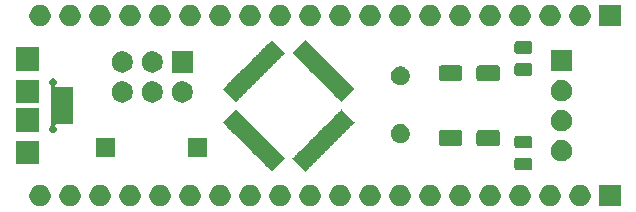
<source format=gbr>
G04 #@! TF.GenerationSoftware,KiCad,Pcbnew,5.1.6+dfsg1-1*
G04 #@! TF.CreationDate,2020-11-01T22:24:16+03:00*
G04 #@! TF.ProjectId,WhitePill,57686974-6550-4696-9c6c-2e6b69636164,rev?*
G04 #@! TF.SameCoordinates,Original*
G04 #@! TF.FileFunction,Soldermask,Top*
G04 #@! TF.FilePolarity,Negative*
%FSLAX46Y46*%
G04 Gerber Fmt 4.6, Leading zero omitted, Abs format (unit mm)*
G04 Created by KiCad (PCBNEW 5.1.6+dfsg1-1) date 2020-11-01 22:24:16*
%MOMM*%
%LPD*%
G01*
G04 APERTURE LIST*
%ADD10C,0.100000*%
G04 APERTURE END LIST*
D10*
G36*
X151676000Y-108521000D02*
G01*
X149874000Y-108521000D01*
X149874000Y-106719000D01*
X151676000Y-106719000D01*
X151676000Y-108521000D01*
G37*
G36*
X128028512Y-106723927D02*
G01*
X128177812Y-106753624D01*
X128341784Y-106821544D01*
X128489354Y-106920147D01*
X128614853Y-107045646D01*
X128713456Y-107193216D01*
X128781376Y-107357188D01*
X128816000Y-107531259D01*
X128816000Y-107708741D01*
X128781376Y-107882812D01*
X128713456Y-108046784D01*
X128614853Y-108194354D01*
X128489354Y-108319853D01*
X128341784Y-108418456D01*
X128177812Y-108486376D01*
X128028512Y-108516073D01*
X128003742Y-108521000D01*
X127826258Y-108521000D01*
X127801488Y-108516073D01*
X127652188Y-108486376D01*
X127488216Y-108418456D01*
X127340646Y-108319853D01*
X127215147Y-108194354D01*
X127116544Y-108046784D01*
X127048624Y-107882812D01*
X127014000Y-107708741D01*
X127014000Y-107531259D01*
X127048624Y-107357188D01*
X127116544Y-107193216D01*
X127215147Y-107045646D01*
X127340646Y-106920147D01*
X127488216Y-106821544D01*
X127652188Y-106753624D01*
X127801488Y-106723927D01*
X127826258Y-106719000D01*
X128003742Y-106719000D01*
X128028512Y-106723927D01*
G37*
G36*
X107708512Y-106723927D02*
G01*
X107857812Y-106753624D01*
X108021784Y-106821544D01*
X108169354Y-106920147D01*
X108294853Y-107045646D01*
X108393456Y-107193216D01*
X108461376Y-107357188D01*
X108496000Y-107531259D01*
X108496000Y-107708741D01*
X108461376Y-107882812D01*
X108393456Y-108046784D01*
X108294853Y-108194354D01*
X108169354Y-108319853D01*
X108021784Y-108418456D01*
X107857812Y-108486376D01*
X107708512Y-108516073D01*
X107683742Y-108521000D01*
X107506258Y-108521000D01*
X107481488Y-108516073D01*
X107332188Y-108486376D01*
X107168216Y-108418456D01*
X107020646Y-108319853D01*
X106895147Y-108194354D01*
X106796544Y-108046784D01*
X106728624Y-107882812D01*
X106694000Y-107708741D01*
X106694000Y-107531259D01*
X106728624Y-107357188D01*
X106796544Y-107193216D01*
X106895147Y-107045646D01*
X107020646Y-106920147D01*
X107168216Y-106821544D01*
X107332188Y-106753624D01*
X107481488Y-106723927D01*
X107506258Y-106719000D01*
X107683742Y-106719000D01*
X107708512Y-106723927D01*
G37*
G36*
X105168512Y-106723927D02*
G01*
X105317812Y-106753624D01*
X105481784Y-106821544D01*
X105629354Y-106920147D01*
X105754853Y-107045646D01*
X105853456Y-107193216D01*
X105921376Y-107357188D01*
X105956000Y-107531259D01*
X105956000Y-107708741D01*
X105921376Y-107882812D01*
X105853456Y-108046784D01*
X105754853Y-108194354D01*
X105629354Y-108319853D01*
X105481784Y-108418456D01*
X105317812Y-108486376D01*
X105168512Y-108516073D01*
X105143742Y-108521000D01*
X104966258Y-108521000D01*
X104941488Y-108516073D01*
X104792188Y-108486376D01*
X104628216Y-108418456D01*
X104480646Y-108319853D01*
X104355147Y-108194354D01*
X104256544Y-108046784D01*
X104188624Y-107882812D01*
X104154000Y-107708741D01*
X104154000Y-107531259D01*
X104188624Y-107357188D01*
X104256544Y-107193216D01*
X104355147Y-107045646D01*
X104480646Y-106920147D01*
X104628216Y-106821544D01*
X104792188Y-106753624D01*
X104941488Y-106723927D01*
X104966258Y-106719000D01*
X105143742Y-106719000D01*
X105168512Y-106723927D01*
G37*
G36*
X102628512Y-106723927D02*
G01*
X102777812Y-106753624D01*
X102941784Y-106821544D01*
X103089354Y-106920147D01*
X103214853Y-107045646D01*
X103313456Y-107193216D01*
X103381376Y-107357188D01*
X103416000Y-107531259D01*
X103416000Y-107708741D01*
X103381376Y-107882812D01*
X103313456Y-108046784D01*
X103214853Y-108194354D01*
X103089354Y-108319853D01*
X102941784Y-108418456D01*
X102777812Y-108486376D01*
X102628512Y-108516073D01*
X102603742Y-108521000D01*
X102426258Y-108521000D01*
X102401488Y-108516073D01*
X102252188Y-108486376D01*
X102088216Y-108418456D01*
X101940646Y-108319853D01*
X101815147Y-108194354D01*
X101716544Y-108046784D01*
X101648624Y-107882812D01*
X101614000Y-107708741D01*
X101614000Y-107531259D01*
X101648624Y-107357188D01*
X101716544Y-107193216D01*
X101815147Y-107045646D01*
X101940646Y-106920147D01*
X102088216Y-106821544D01*
X102252188Y-106753624D01*
X102401488Y-106723927D01*
X102426258Y-106719000D01*
X102603742Y-106719000D01*
X102628512Y-106723927D01*
G37*
G36*
X110248512Y-106723927D02*
G01*
X110397812Y-106753624D01*
X110561784Y-106821544D01*
X110709354Y-106920147D01*
X110834853Y-107045646D01*
X110933456Y-107193216D01*
X111001376Y-107357188D01*
X111036000Y-107531259D01*
X111036000Y-107708741D01*
X111001376Y-107882812D01*
X110933456Y-108046784D01*
X110834853Y-108194354D01*
X110709354Y-108319853D01*
X110561784Y-108418456D01*
X110397812Y-108486376D01*
X110248512Y-108516073D01*
X110223742Y-108521000D01*
X110046258Y-108521000D01*
X110021488Y-108516073D01*
X109872188Y-108486376D01*
X109708216Y-108418456D01*
X109560646Y-108319853D01*
X109435147Y-108194354D01*
X109336544Y-108046784D01*
X109268624Y-107882812D01*
X109234000Y-107708741D01*
X109234000Y-107531259D01*
X109268624Y-107357188D01*
X109336544Y-107193216D01*
X109435147Y-107045646D01*
X109560646Y-106920147D01*
X109708216Y-106821544D01*
X109872188Y-106753624D01*
X110021488Y-106723927D01*
X110046258Y-106719000D01*
X110223742Y-106719000D01*
X110248512Y-106723927D01*
G37*
G36*
X112788512Y-106723927D02*
G01*
X112937812Y-106753624D01*
X113101784Y-106821544D01*
X113249354Y-106920147D01*
X113374853Y-107045646D01*
X113473456Y-107193216D01*
X113541376Y-107357188D01*
X113576000Y-107531259D01*
X113576000Y-107708741D01*
X113541376Y-107882812D01*
X113473456Y-108046784D01*
X113374853Y-108194354D01*
X113249354Y-108319853D01*
X113101784Y-108418456D01*
X112937812Y-108486376D01*
X112788512Y-108516073D01*
X112763742Y-108521000D01*
X112586258Y-108521000D01*
X112561488Y-108516073D01*
X112412188Y-108486376D01*
X112248216Y-108418456D01*
X112100646Y-108319853D01*
X111975147Y-108194354D01*
X111876544Y-108046784D01*
X111808624Y-107882812D01*
X111774000Y-107708741D01*
X111774000Y-107531259D01*
X111808624Y-107357188D01*
X111876544Y-107193216D01*
X111975147Y-107045646D01*
X112100646Y-106920147D01*
X112248216Y-106821544D01*
X112412188Y-106753624D01*
X112561488Y-106723927D01*
X112586258Y-106719000D01*
X112763742Y-106719000D01*
X112788512Y-106723927D01*
G37*
G36*
X115328512Y-106723927D02*
G01*
X115477812Y-106753624D01*
X115641784Y-106821544D01*
X115789354Y-106920147D01*
X115914853Y-107045646D01*
X116013456Y-107193216D01*
X116081376Y-107357188D01*
X116116000Y-107531259D01*
X116116000Y-107708741D01*
X116081376Y-107882812D01*
X116013456Y-108046784D01*
X115914853Y-108194354D01*
X115789354Y-108319853D01*
X115641784Y-108418456D01*
X115477812Y-108486376D01*
X115328512Y-108516073D01*
X115303742Y-108521000D01*
X115126258Y-108521000D01*
X115101488Y-108516073D01*
X114952188Y-108486376D01*
X114788216Y-108418456D01*
X114640646Y-108319853D01*
X114515147Y-108194354D01*
X114416544Y-108046784D01*
X114348624Y-107882812D01*
X114314000Y-107708741D01*
X114314000Y-107531259D01*
X114348624Y-107357188D01*
X114416544Y-107193216D01*
X114515147Y-107045646D01*
X114640646Y-106920147D01*
X114788216Y-106821544D01*
X114952188Y-106753624D01*
X115101488Y-106723927D01*
X115126258Y-106719000D01*
X115303742Y-106719000D01*
X115328512Y-106723927D01*
G37*
G36*
X117868512Y-106723927D02*
G01*
X118017812Y-106753624D01*
X118181784Y-106821544D01*
X118329354Y-106920147D01*
X118454853Y-107045646D01*
X118553456Y-107193216D01*
X118621376Y-107357188D01*
X118656000Y-107531259D01*
X118656000Y-107708741D01*
X118621376Y-107882812D01*
X118553456Y-108046784D01*
X118454853Y-108194354D01*
X118329354Y-108319853D01*
X118181784Y-108418456D01*
X118017812Y-108486376D01*
X117868512Y-108516073D01*
X117843742Y-108521000D01*
X117666258Y-108521000D01*
X117641488Y-108516073D01*
X117492188Y-108486376D01*
X117328216Y-108418456D01*
X117180646Y-108319853D01*
X117055147Y-108194354D01*
X116956544Y-108046784D01*
X116888624Y-107882812D01*
X116854000Y-107708741D01*
X116854000Y-107531259D01*
X116888624Y-107357188D01*
X116956544Y-107193216D01*
X117055147Y-107045646D01*
X117180646Y-106920147D01*
X117328216Y-106821544D01*
X117492188Y-106753624D01*
X117641488Y-106723927D01*
X117666258Y-106719000D01*
X117843742Y-106719000D01*
X117868512Y-106723927D01*
G37*
G36*
X120408512Y-106723927D02*
G01*
X120557812Y-106753624D01*
X120721784Y-106821544D01*
X120869354Y-106920147D01*
X120994853Y-107045646D01*
X121093456Y-107193216D01*
X121161376Y-107357188D01*
X121196000Y-107531259D01*
X121196000Y-107708741D01*
X121161376Y-107882812D01*
X121093456Y-108046784D01*
X120994853Y-108194354D01*
X120869354Y-108319853D01*
X120721784Y-108418456D01*
X120557812Y-108486376D01*
X120408512Y-108516073D01*
X120383742Y-108521000D01*
X120206258Y-108521000D01*
X120181488Y-108516073D01*
X120032188Y-108486376D01*
X119868216Y-108418456D01*
X119720646Y-108319853D01*
X119595147Y-108194354D01*
X119496544Y-108046784D01*
X119428624Y-107882812D01*
X119394000Y-107708741D01*
X119394000Y-107531259D01*
X119428624Y-107357188D01*
X119496544Y-107193216D01*
X119595147Y-107045646D01*
X119720646Y-106920147D01*
X119868216Y-106821544D01*
X120032188Y-106753624D01*
X120181488Y-106723927D01*
X120206258Y-106719000D01*
X120383742Y-106719000D01*
X120408512Y-106723927D01*
G37*
G36*
X122948512Y-106723927D02*
G01*
X123097812Y-106753624D01*
X123261784Y-106821544D01*
X123409354Y-106920147D01*
X123534853Y-107045646D01*
X123633456Y-107193216D01*
X123701376Y-107357188D01*
X123736000Y-107531259D01*
X123736000Y-107708741D01*
X123701376Y-107882812D01*
X123633456Y-108046784D01*
X123534853Y-108194354D01*
X123409354Y-108319853D01*
X123261784Y-108418456D01*
X123097812Y-108486376D01*
X122948512Y-108516073D01*
X122923742Y-108521000D01*
X122746258Y-108521000D01*
X122721488Y-108516073D01*
X122572188Y-108486376D01*
X122408216Y-108418456D01*
X122260646Y-108319853D01*
X122135147Y-108194354D01*
X122036544Y-108046784D01*
X121968624Y-107882812D01*
X121934000Y-107708741D01*
X121934000Y-107531259D01*
X121968624Y-107357188D01*
X122036544Y-107193216D01*
X122135147Y-107045646D01*
X122260646Y-106920147D01*
X122408216Y-106821544D01*
X122572188Y-106753624D01*
X122721488Y-106723927D01*
X122746258Y-106719000D01*
X122923742Y-106719000D01*
X122948512Y-106723927D01*
G37*
G36*
X130568512Y-106723927D02*
G01*
X130717812Y-106753624D01*
X130881784Y-106821544D01*
X131029354Y-106920147D01*
X131154853Y-107045646D01*
X131253456Y-107193216D01*
X131321376Y-107357188D01*
X131356000Y-107531259D01*
X131356000Y-107708741D01*
X131321376Y-107882812D01*
X131253456Y-108046784D01*
X131154853Y-108194354D01*
X131029354Y-108319853D01*
X130881784Y-108418456D01*
X130717812Y-108486376D01*
X130568512Y-108516073D01*
X130543742Y-108521000D01*
X130366258Y-108521000D01*
X130341488Y-108516073D01*
X130192188Y-108486376D01*
X130028216Y-108418456D01*
X129880646Y-108319853D01*
X129755147Y-108194354D01*
X129656544Y-108046784D01*
X129588624Y-107882812D01*
X129554000Y-107708741D01*
X129554000Y-107531259D01*
X129588624Y-107357188D01*
X129656544Y-107193216D01*
X129755147Y-107045646D01*
X129880646Y-106920147D01*
X130028216Y-106821544D01*
X130192188Y-106753624D01*
X130341488Y-106723927D01*
X130366258Y-106719000D01*
X130543742Y-106719000D01*
X130568512Y-106723927D01*
G37*
G36*
X133108512Y-106723927D02*
G01*
X133257812Y-106753624D01*
X133421784Y-106821544D01*
X133569354Y-106920147D01*
X133694853Y-107045646D01*
X133793456Y-107193216D01*
X133861376Y-107357188D01*
X133896000Y-107531259D01*
X133896000Y-107708741D01*
X133861376Y-107882812D01*
X133793456Y-108046784D01*
X133694853Y-108194354D01*
X133569354Y-108319853D01*
X133421784Y-108418456D01*
X133257812Y-108486376D01*
X133108512Y-108516073D01*
X133083742Y-108521000D01*
X132906258Y-108521000D01*
X132881488Y-108516073D01*
X132732188Y-108486376D01*
X132568216Y-108418456D01*
X132420646Y-108319853D01*
X132295147Y-108194354D01*
X132196544Y-108046784D01*
X132128624Y-107882812D01*
X132094000Y-107708741D01*
X132094000Y-107531259D01*
X132128624Y-107357188D01*
X132196544Y-107193216D01*
X132295147Y-107045646D01*
X132420646Y-106920147D01*
X132568216Y-106821544D01*
X132732188Y-106753624D01*
X132881488Y-106723927D01*
X132906258Y-106719000D01*
X133083742Y-106719000D01*
X133108512Y-106723927D01*
G37*
G36*
X135648512Y-106723927D02*
G01*
X135797812Y-106753624D01*
X135961784Y-106821544D01*
X136109354Y-106920147D01*
X136234853Y-107045646D01*
X136333456Y-107193216D01*
X136401376Y-107357188D01*
X136436000Y-107531259D01*
X136436000Y-107708741D01*
X136401376Y-107882812D01*
X136333456Y-108046784D01*
X136234853Y-108194354D01*
X136109354Y-108319853D01*
X135961784Y-108418456D01*
X135797812Y-108486376D01*
X135648512Y-108516073D01*
X135623742Y-108521000D01*
X135446258Y-108521000D01*
X135421488Y-108516073D01*
X135272188Y-108486376D01*
X135108216Y-108418456D01*
X134960646Y-108319853D01*
X134835147Y-108194354D01*
X134736544Y-108046784D01*
X134668624Y-107882812D01*
X134634000Y-107708741D01*
X134634000Y-107531259D01*
X134668624Y-107357188D01*
X134736544Y-107193216D01*
X134835147Y-107045646D01*
X134960646Y-106920147D01*
X135108216Y-106821544D01*
X135272188Y-106753624D01*
X135421488Y-106723927D01*
X135446258Y-106719000D01*
X135623742Y-106719000D01*
X135648512Y-106723927D01*
G37*
G36*
X138188512Y-106723927D02*
G01*
X138337812Y-106753624D01*
X138501784Y-106821544D01*
X138649354Y-106920147D01*
X138774853Y-107045646D01*
X138873456Y-107193216D01*
X138941376Y-107357188D01*
X138976000Y-107531259D01*
X138976000Y-107708741D01*
X138941376Y-107882812D01*
X138873456Y-108046784D01*
X138774853Y-108194354D01*
X138649354Y-108319853D01*
X138501784Y-108418456D01*
X138337812Y-108486376D01*
X138188512Y-108516073D01*
X138163742Y-108521000D01*
X137986258Y-108521000D01*
X137961488Y-108516073D01*
X137812188Y-108486376D01*
X137648216Y-108418456D01*
X137500646Y-108319853D01*
X137375147Y-108194354D01*
X137276544Y-108046784D01*
X137208624Y-107882812D01*
X137174000Y-107708741D01*
X137174000Y-107531259D01*
X137208624Y-107357188D01*
X137276544Y-107193216D01*
X137375147Y-107045646D01*
X137500646Y-106920147D01*
X137648216Y-106821544D01*
X137812188Y-106753624D01*
X137961488Y-106723927D01*
X137986258Y-106719000D01*
X138163742Y-106719000D01*
X138188512Y-106723927D01*
G37*
G36*
X140728512Y-106723927D02*
G01*
X140877812Y-106753624D01*
X141041784Y-106821544D01*
X141189354Y-106920147D01*
X141314853Y-107045646D01*
X141413456Y-107193216D01*
X141481376Y-107357188D01*
X141516000Y-107531259D01*
X141516000Y-107708741D01*
X141481376Y-107882812D01*
X141413456Y-108046784D01*
X141314853Y-108194354D01*
X141189354Y-108319853D01*
X141041784Y-108418456D01*
X140877812Y-108486376D01*
X140728512Y-108516073D01*
X140703742Y-108521000D01*
X140526258Y-108521000D01*
X140501488Y-108516073D01*
X140352188Y-108486376D01*
X140188216Y-108418456D01*
X140040646Y-108319853D01*
X139915147Y-108194354D01*
X139816544Y-108046784D01*
X139748624Y-107882812D01*
X139714000Y-107708741D01*
X139714000Y-107531259D01*
X139748624Y-107357188D01*
X139816544Y-107193216D01*
X139915147Y-107045646D01*
X140040646Y-106920147D01*
X140188216Y-106821544D01*
X140352188Y-106753624D01*
X140501488Y-106723927D01*
X140526258Y-106719000D01*
X140703742Y-106719000D01*
X140728512Y-106723927D01*
G37*
G36*
X143268512Y-106723927D02*
G01*
X143417812Y-106753624D01*
X143581784Y-106821544D01*
X143729354Y-106920147D01*
X143854853Y-107045646D01*
X143953456Y-107193216D01*
X144021376Y-107357188D01*
X144056000Y-107531259D01*
X144056000Y-107708741D01*
X144021376Y-107882812D01*
X143953456Y-108046784D01*
X143854853Y-108194354D01*
X143729354Y-108319853D01*
X143581784Y-108418456D01*
X143417812Y-108486376D01*
X143268512Y-108516073D01*
X143243742Y-108521000D01*
X143066258Y-108521000D01*
X143041488Y-108516073D01*
X142892188Y-108486376D01*
X142728216Y-108418456D01*
X142580646Y-108319853D01*
X142455147Y-108194354D01*
X142356544Y-108046784D01*
X142288624Y-107882812D01*
X142254000Y-107708741D01*
X142254000Y-107531259D01*
X142288624Y-107357188D01*
X142356544Y-107193216D01*
X142455147Y-107045646D01*
X142580646Y-106920147D01*
X142728216Y-106821544D01*
X142892188Y-106753624D01*
X143041488Y-106723927D01*
X143066258Y-106719000D01*
X143243742Y-106719000D01*
X143268512Y-106723927D01*
G37*
G36*
X145808512Y-106723927D02*
G01*
X145957812Y-106753624D01*
X146121784Y-106821544D01*
X146269354Y-106920147D01*
X146394853Y-107045646D01*
X146493456Y-107193216D01*
X146561376Y-107357188D01*
X146596000Y-107531259D01*
X146596000Y-107708741D01*
X146561376Y-107882812D01*
X146493456Y-108046784D01*
X146394853Y-108194354D01*
X146269354Y-108319853D01*
X146121784Y-108418456D01*
X145957812Y-108486376D01*
X145808512Y-108516073D01*
X145783742Y-108521000D01*
X145606258Y-108521000D01*
X145581488Y-108516073D01*
X145432188Y-108486376D01*
X145268216Y-108418456D01*
X145120646Y-108319853D01*
X144995147Y-108194354D01*
X144896544Y-108046784D01*
X144828624Y-107882812D01*
X144794000Y-107708741D01*
X144794000Y-107531259D01*
X144828624Y-107357188D01*
X144896544Y-107193216D01*
X144995147Y-107045646D01*
X145120646Y-106920147D01*
X145268216Y-106821544D01*
X145432188Y-106753624D01*
X145581488Y-106723927D01*
X145606258Y-106719000D01*
X145783742Y-106719000D01*
X145808512Y-106723927D01*
G37*
G36*
X148348512Y-106723927D02*
G01*
X148497812Y-106753624D01*
X148661784Y-106821544D01*
X148809354Y-106920147D01*
X148934853Y-107045646D01*
X149033456Y-107193216D01*
X149101376Y-107357188D01*
X149136000Y-107531259D01*
X149136000Y-107708741D01*
X149101376Y-107882812D01*
X149033456Y-108046784D01*
X148934853Y-108194354D01*
X148809354Y-108319853D01*
X148661784Y-108418456D01*
X148497812Y-108486376D01*
X148348512Y-108516073D01*
X148323742Y-108521000D01*
X148146258Y-108521000D01*
X148121488Y-108516073D01*
X147972188Y-108486376D01*
X147808216Y-108418456D01*
X147660646Y-108319853D01*
X147535147Y-108194354D01*
X147436544Y-108046784D01*
X147368624Y-107882812D01*
X147334000Y-107708741D01*
X147334000Y-107531259D01*
X147368624Y-107357188D01*
X147436544Y-107193216D01*
X147535147Y-107045646D01*
X147660646Y-106920147D01*
X147808216Y-106821544D01*
X147972188Y-106753624D01*
X148121488Y-106723927D01*
X148146258Y-106719000D01*
X148323742Y-106719000D01*
X148348512Y-106723927D01*
G37*
G36*
X125488512Y-106723927D02*
G01*
X125637812Y-106753624D01*
X125801784Y-106821544D01*
X125949354Y-106920147D01*
X126074853Y-107045646D01*
X126173456Y-107193216D01*
X126241376Y-107357188D01*
X126276000Y-107531259D01*
X126276000Y-107708741D01*
X126241376Y-107882812D01*
X126173456Y-108046784D01*
X126074853Y-108194354D01*
X125949354Y-108319853D01*
X125801784Y-108418456D01*
X125637812Y-108486376D01*
X125488512Y-108516073D01*
X125463742Y-108521000D01*
X125286258Y-108521000D01*
X125261488Y-108516073D01*
X125112188Y-108486376D01*
X124948216Y-108418456D01*
X124800646Y-108319853D01*
X124675147Y-108194354D01*
X124576544Y-108046784D01*
X124508624Y-107882812D01*
X124474000Y-107708741D01*
X124474000Y-107531259D01*
X124508624Y-107357188D01*
X124576544Y-107193216D01*
X124675147Y-107045646D01*
X124800646Y-106920147D01*
X124948216Y-106821544D01*
X125112188Y-106753624D01*
X125261488Y-106723927D01*
X125286258Y-106719000D01*
X125463742Y-106719000D01*
X125488512Y-106723927D01*
G37*
G36*
X128050746Y-100316169D02*
G01*
X128057761Y-100318297D01*
X128064227Y-100321754D01*
X128074661Y-100330316D01*
X129127348Y-101383003D01*
X129135910Y-101393437D01*
X129139367Y-101399903D01*
X129141495Y-101406918D01*
X129142213Y-101414213D01*
X129141495Y-101421508D01*
X129139367Y-101428523D01*
X129135910Y-101434989D01*
X129127348Y-101445423D01*
X128905511Y-101667260D01*
X128895077Y-101675822D01*
X128888610Y-101679279D01*
X128873674Y-101683810D01*
X128851035Y-101693187D01*
X128830661Y-101706801D01*
X128813334Y-101724128D01*
X128799720Y-101744503D01*
X128790344Y-101767140D01*
X128785813Y-101782076D01*
X128782356Y-101788543D01*
X128773794Y-101798977D01*
X128551957Y-102020814D01*
X128541523Y-102029376D01*
X128535057Y-102032833D01*
X128520120Y-102037364D01*
X128497481Y-102046742D01*
X128477107Y-102060356D01*
X128459780Y-102077683D01*
X128446167Y-102098058D01*
X128436791Y-102120693D01*
X128432260Y-102135630D01*
X128428803Y-102142096D01*
X128420241Y-102152530D01*
X128198404Y-102374367D01*
X128187970Y-102382929D01*
X128181503Y-102386386D01*
X128166567Y-102390917D01*
X128143928Y-102400294D01*
X128123554Y-102413908D01*
X128106227Y-102431235D01*
X128092613Y-102451610D01*
X128083237Y-102474247D01*
X128078706Y-102489183D01*
X128075249Y-102495650D01*
X128066687Y-102506084D01*
X127844850Y-102727921D01*
X127834416Y-102736483D01*
X127827950Y-102739940D01*
X127813013Y-102744471D01*
X127790374Y-102753849D01*
X127770000Y-102767463D01*
X127752673Y-102784790D01*
X127739060Y-102805165D01*
X127729684Y-102827800D01*
X127725153Y-102842737D01*
X127721696Y-102849203D01*
X127713134Y-102859637D01*
X127491297Y-103081474D01*
X127480863Y-103090036D01*
X127474397Y-103093493D01*
X127459460Y-103098024D01*
X127436821Y-103107402D01*
X127416447Y-103121016D01*
X127399120Y-103138343D01*
X127385507Y-103158718D01*
X127376131Y-103181353D01*
X127371600Y-103196290D01*
X127368143Y-103202756D01*
X127359581Y-103213190D01*
X127137744Y-103435027D01*
X127127310Y-103443589D01*
X127120843Y-103447046D01*
X127105907Y-103451577D01*
X127083268Y-103460954D01*
X127062894Y-103474568D01*
X127045567Y-103491895D01*
X127031953Y-103512270D01*
X127022577Y-103534907D01*
X127018046Y-103549843D01*
X127014589Y-103556310D01*
X127006027Y-103566744D01*
X126784190Y-103788581D01*
X126773756Y-103797143D01*
X126767290Y-103800600D01*
X126752353Y-103805131D01*
X126729714Y-103814509D01*
X126709340Y-103828123D01*
X126692013Y-103845450D01*
X126678400Y-103865825D01*
X126669024Y-103888460D01*
X126664493Y-103903397D01*
X126661036Y-103909863D01*
X126652474Y-103920297D01*
X126430637Y-104142134D01*
X126420203Y-104150696D01*
X126413737Y-104154153D01*
X126398800Y-104158684D01*
X126376161Y-104168062D01*
X126355787Y-104181676D01*
X126338460Y-104199003D01*
X126324847Y-104219378D01*
X126315471Y-104242013D01*
X126310940Y-104256950D01*
X126307483Y-104263416D01*
X126298921Y-104273850D01*
X126077084Y-104495687D01*
X126066650Y-104504249D01*
X126060183Y-104507706D01*
X126045247Y-104512237D01*
X126022608Y-104521614D01*
X126002234Y-104535228D01*
X125984907Y-104552555D01*
X125971293Y-104572930D01*
X125961917Y-104595567D01*
X125957386Y-104610503D01*
X125953929Y-104616970D01*
X125945367Y-104627404D01*
X125723530Y-104849241D01*
X125713096Y-104857803D01*
X125706630Y-104861260D01*
X125691693Y-104865791D01*
X125669054Y-104875169D01*
X125648680Y-104888783D01*
X125631353Y-104906110D01*
X125617740Y-104926485D01*
X125608364Y-104949120D01*
X125603833Y-104964057D01*
X125600376Y-104970523D01*
X125591814Y-104980957D01*
X125369977Y-105202794D01*
X125359543Y-105211356D01*
X125353076Y-105214813D01*
X125338140Y-105219344D01*
X125315501Y-105228721D01*
X125295127Y-105242335D01*
X125277800Y-105259662D01*
X125264186Y-105280037D01*
X125254810Y-105302674D01*
X125250279Y-105317610D01*
X125246822Y-105324077D01*
X125238260Y-105334511D01*
X125016423Y-105556348D01*
X125005989Y-105564910D01*
X124999523Y-105568367D01*
X124992508Y-105570495D01*
X124985213Y-105571213D01*
X124977918Y-105570495D01*
X124970903Y-105568367D01*
X124964437Y-105564910D01*
X124954003Y-105556348D01*
X123901316Y-104503661D01*
X123892754Y-104493227D01*
X123889297Y-104486761D01*
X123887169Y-104479746D01*
X123886451Y-104472451D01*
X123887169Y-104465156D01*
X123889297Y-104458141D01*
X123892754Y-104451675D01*
X123901316Y-104441241D01*
X124123153Y-104219404D01*
X124133587Y-104210842D01*
X124140054Y-104207385D01*
X124154990Y-104202854D01*
X124177629Y-104193477D01*
X124198003Y-104179863D01*
X124215330Y-104162536D01*
X124228944Y-104142161D01*
X124238320Y-104119524D01*
X124242851Y-104104588D01*
X124246308Y-104098121D01*
X124254870Y-104087687D01*
X124476707Y-103865850D01*
X124487141Y-103857288D01*
X124493607Y-103853831D01*
X124508544Y-103849300D01*
X124531183Y-103839922D01*
X124551557Y-103826308D01*
X124568884Y-103808981D01*
X124582497Y-103788606D01*
X124591873Y-103765971D01*
X124596404Y-103751034D01*
X124599861Y-103744568D01*
X124608423Y-103734134D01*
X124830260Y-103512297D01*
X124840694Y-103503735D01*
X124847161Y-103500278D01*
X124862097Y-103495747D01*
X124884736Y-103486370D01*
X124905110Y-103472756D01*
X124922437Y-103455429D01*
X124936051Y-103435054D01*
X124945427Y-103412417D01*
X124949958Y-103397481D01*
X124953415Y-103391014D01*
X124961977Y-103380580D01*
X125183814Y-103158743D01*
X125194248Y-103150181D01*
X125200714Y-103146724D01*
X125215651Y-103142193D01*
X125238290Y-103132815D01*
X125258664Y-103119201D01*
X125275991Y-103101874D01*
X125289604Y-103081499D01*
X125298980Y-103058864D01*
X125303511Y-103043927D01*
X125306968Y-103037461D01*
X125315530Y-103027027D01*
X125537367Y-102805190D01*
X125547801Y-102796628D01*
X125554267Y-102793171D01*
X125569204Y-102788640D01*
X125591843Y-102779262D01*
X125612217Y-102765648D01*
X125629544Y-102748321D01*
X125643157Y-102727946D01*
X125652533Y-102705311D01*
X125657064Y-102690374D01*
X125660521Y-102683908D01*
X125669083Y-102673474D01*
X125890920Y-102451637D01*
X125901354Y-102443075D01*
X125907821Y-102439618D01*
X125922757Y-102435087D01*
X125945396Y-102425710D01*
X125965770Y-102412096D01*
X125983097Y-102394769D01*
X125996711Y-102374394D01*
X126006087Y-102351757D01*
X126010618Y-102336821D01*
X126014075Y-102330354D01*
X126022637Y-102319920D01*
X126244474Y-102098083D01*
X126254908Y-102089521D01*
X126261374Y-102086064D01*
X126276311Y-102081533D01*
X126298950Y-102072155D01*
X126319324Y-102058541D01*
X126336651Y-102041214D01*
X126350264Y-102020839D01*
X126359640Y-101998204D01*
X126364171Y-101983267D01*
X126367628Y-101976801D01*
X126376190Y-101966367D01*
X126598027Y-101744530D01*
X126608461Y-101735968D01*
X126614927Y-101732511D01*
X126629864Y-101727980D01*
X126652503Y-101718602D01*
X126672877Y-101704988D01*
X126690204Y-101687661D01*
X126703817Y-101667286D01*
X126713193Y-101644651D01*
X126717724Y-101629714D01*
X126721181Y-101623248D01*
X126729743Y-101612814D01*
X126951580Y-101390977D01*
X126962014Y-101382415D01*
X126968481Y-101378958D01*
X126983417Y-101374427D01*
X127006056Y-101365050D01*
X127026430Y-101351436D01*
X127043757Y-101334109D01*
X127057371Y-101313734D01*
X127066747Y-101291097D01*
X127071278Y-101276161D01*
X127074735Y-101269694D01*
X127083297Y-101259260D01*
X127305134Y-101037423D01*
X127315568Y-101028861D01*
X127322034Y-101025404D01*
X127336971Y-101020873D01*
X127359610Y-101011495D01*
X127379984Y-100997881D01*
X127397311Y-100980554D01*
X127410924Y-100960179D01*
X127420300Y-100937544D01*
X127424831Y-100922607D01*
X127428288Y-100916141D01*
X127436850Y-100905707D01*
X127658687Y-100683870D01*
X127669121Y-100675308D01*
X127675588Y-100671851D01*
X127690524Y-100667320D01*
X127713163Y-100657943D01*
X127733537Y-100644329D01*
X127750864Y-100627002D01*
X127764478Y-100606627D01*
X127773854Y-100583990D01*
X127778385Y-100569054D01*
X127781842Y-100562587D01*
X127790404Y-100552153D01*
X128012241Y-100330316D01*
X128022675Y-100321754D01*
X128029141Y-100318297D01*
X128036156Y-100316169D01*
X128043451Y-100315451D01*
X128050746Y-100316169D01*
G37*
G36*
X119105844Y-100316169D02*
G01*
X119112859Y-100318297D01*
X119119325Y-100321754D01*
X119129759Y-100330316D01*
X119351596Y-100552153D01*
X119360158Y-100562587D01*
X119363615Y-100569054D01*
X119368146Y-100583990D01*
X119377523Y-100606629D01*
X119391137Y-100627003D01*
X119408464Y-100644330D01*
X119428839Y-100657944D01*
X119451476Y-100667320D01*
X119466412Y-100671851D01*
X119472879Y-100675308D01*
X119483313Y-100683870D01*
X119705150Y-100905707D01*
X119713712Y-100916141D01*
X119717169Y-100922607D01*
X119721700Y-100937544D01*
X119731078Y-100960183D01*
X119744692Y-100980557D01*
X119762019Y-100997884D01*
X119782394Y-101011497D01*
X119805029Y-101020873D01*
X119819966Y-101025404D01*
X119826432Y-101028861D01*
X119836866Y-101037423D01*
X120058703Y-101259260D01*
X120067265Y-101269694D01*
X120070722Y-101276161D01*
X120075253Y-101291097D01*
X120084630Y-101313736D01*
X120098244Y-101334110D01*
X120115571Y-101351437D01*
X120135946Y-101365051D01*
X120158583Y-101374427D01*
X120173519Y-101378958D01*
X120179986Y-101382415D01*
X120190420Y-101390977D01*
X120412257Y-101612814D01*
X120420819Y-101623248D01*
X120424276Y-101629714D01*
X120428807Y-101644651D01*
X120438185Y-101667290D01*
X120451799Y-101687664D01*
X120469126Y-101704991D01*
X120489501Y-101718604D01*
X120512136Y-101727980D01*
X120527073Y-101732511D01*
X120533539Y-101735968D01*
X120543973Y-101744530D01*
X120765810Y-101966367D01*
X120774372Y-101976801D01*
X120777829Y-101983267D01*
X120782360Y-101998204D01*
X120791738Y-102020843D01*
X120805352Y-102041217D01*
X120822679Y-102058544D01*
X120843054Y-102072157D01*
X120865689Y-102081533D01*
X120880626Y-102086064D01*
X120887092Y-102089521D01*
X120897526Y-102098083D01*
X121119363Y-102319920D01*
X121127925Y-102330354D01*
X121131382Y-102336821D01*
X121135913Y-102351757D01*
X121145290Y-102374396D01*
X121158904Y-102394770D01*
X121176231Y-102412097D01*
X121196606Y-102425711D01*
X121219243Y-102435087D01*
X121234179Y-102439618D01*
X121240646Y-102443075D01*
X121251080Y-102451637D01*
X121472917Y-102673474D01*
X121481479Y-102683908D01*
X121484936Y-102690374D01*
X121489467Y-102705311D01*
X121498845Y-102727950D01*
X121512459Y-102748324D01*
X121529786Y-102765651D01*
X121550161Y-102779264D01*
X121572796Y-102788640D01*
X121587733Y-102793171D01*
X121594199Y-102796628D01*
X121604633Y-102805190D01*
X121826470Y-103027027D01*
X121835032Y-103037461D01*
X121838489Y-103043927D01*
X121843020Y-103058864D01*
X121852398Y-103081503D01*
X121866012Y-103101877D01*
X121883339Y-103119204D01*
X121903714Y-103132817D01*
X121926349Y-103142193D01*
X121941286Y-103146724D01*
X121947752Y-103150181D01*
X121958186Y-103158743D01*
X122180023Y-103380580D01*
X122188585Y-103391014D01*
X122192042Y-103397481D01*
X122196573Y-103412417D01*
X122205950Y-103435056D01*
X122219564Y-103455430D01*
X122236891Y-103472757D01*
X122257266Y-103486371D01*
X122279903Y-103495747D01*
X122294839Y-103500278D01*
X122301306Y-103503735D01*
X122311740Y-103512297D01*
X122533577Y-103734134D01*
X122542139Y-103744568D01*
X122545596Y-103751034D01*
X122550127Y-103765971D01*
X122559505Y-103788610D01*
X122573119Y-103808984D01*
X122590446Y-103826311D01*
X122610821Y-103839924D01*
X122633456Y-103849300D01*
X122648393Y-103853831D01*
X122654859Y-103857288D01*
X122665293Y-103865850D01*
X122887130Y-104087687D01*
X122895692Y-104098121D01*
X122899149Y-104104588D01*
X122903680Y-104119524D01*
X122913057Y-104142163D01*
X122926671Y-104162537D01*
X122943998Y-104179864D01*
X122964373Y-104193478D01*
X122987010Y-104202854D01*
X123001946Y-104207385D01*
X123008413Y-104210842D01*
X123018847Y-104219404D01*
X123240684Y-104441241D01*
X123249246Y-104451675D01*
X123252703Y-104458141D01*
X123254831Y-104465156D01*
X123255549Y-104472451D01*
X123254831Y-104479746D01*
X123252703Y-104486761D01*
X123249246Y-104493227D01*
X123240684Y-104503661D01*
X122187997Y-105556348D01*
X122177563Y-105564910D01*
X122171097Y-105568367D01*
X122164082Y-105570495D01*
X122156787Y-105571213D01*
X122149492Y-105570495D01*
X122142477Y-105568367D01*
X122136011Y-105564910D01*
X122125577Y-105556348D01*
X121903740Y-105334511D01*
X121895178Y-105324077D01*
X121891721Y-105317610D01*
X121887190Y-105302674D01*
X121877813Y-105280035D01*
X121864199Y-105259661D01*
X121846872Y-105242334D01*
X121826497Y-105228720D01*
X121803860Y-105219344D01*
X121788924Y-105214813D01*
X121782457Y-105211356D01*
X121772023Y-105202794D01*
X121550186Y-104980957D01*
X121541624Y-104970523D01*
X121538167Y-104964057D01*
X121533636Y-104949120D01*
X121524258Y-104926481D01*
X121510644Y-104906107D01*
X121493317Y-104888780D01*
X121472942Y-104875167D01*
X121450307Y-104865791D01*
X121435370Y-104861260D01*
X121428904Y-104857803D01*
X121418470Y-104849241D01*
X121196633Y-104627404D01*
X121188071Y-104616970D01*
X121184614Y-104610503D01*
X121180083Y-104595567D01*
X121170706Y-104572928D01*
X121157092Y-104552554D01*
X121139765Y-104535227D01*
X121119390Y-104521613D01*
X121096753Y-104512237D01*
X121081817Y-104507706D01*
X121075350Y-104504249D01*
X121064916Y-104495687D01*
X120843079Y-104273850D01*
X120834517Y-104263416D01*
X120831060Y-104256950D01*
X120826529Y-104242013D01*
X120817151Y-104219374D01*
X120803537Y-104199000D01*
X120786210Y-104181673D01*
X120765835Y-104168060D01*
X120743200Y-104158684D01*
X120728263Y-104154153D01*
X120721797Y-104150696D01*
X120711363Y-104142134D01*
X120489526Y-103920297D01*
X120480964Y-103909863D01*
X120477507Y-103903397D01*
X120472976Y-103888460D01*
X120463598Y-103865821D01*
X120449984Y-103845447D01*
X120432657Y-103828120D01*
X120412282Y-103814507D01*
X120389647Y-103805131D01*
X120374710Y-103800600D01*
X120368244Y-103797143D01*
X120357810Y-103788581D01*
X120135973Y-103566744D01*
X120127411Y-103556310D01*
X120123954Y-103549843D01*
X120119423Y-103534907D01*
X120110046Y-103512268D01*
X120096432Y-103491894D01*
X120079105Y-103474567D01*
X120058730Y-103460953D01*
X120036093Y-103451577D01*
X120021157Y-103447046D01*
X120014690Y-103443589D01*
X120004256Y-103435027D01*
X119782419Y-103213190D01*
X119773857Y-103202756D01*
X119770400Y-103196290D01*
X119765869Y-103181353D01*
X119756491Y-103158714D01*
X119742877Y-103138340D01*
X119725550Y-103121013D01*
X119705175Y-103107400D01*
X119682540Y-103098024D01*
X119667603Y-103093493D01*
X119661137Y-103090036D01*
X119650703Y-103081474D01*
X119428866Y-102859637D01*
X119420304Y-102849203D01*
X119416847Y-102842737D01*
X119412316Y-102827800D01*
X119402938Y-102805161D01*
X119389324Y-102784787D01*
X119371997Y-102767460D01*
X119351622Y-102753847D01*
X119328987Y-102744471D01*
X119314050Y-102739940D01*
X119307584Y-102736483D01*
X119297150Y-102727921D01*
X119075313Y-102506084D01*
X119066751Y-102495650D01*
X119063294Y-102489183D01*
X119058763Y-102474247D01*
X119049386Y-102451608D01*
X119035772Y-102431234D01*
X119018445Y-102413907D01*
X118998070Y-102400293D01*
X118975433Y-102390917D01*
X118960497Y-102386386D01*
X118954030Y-102382929D01*
X118943596Y-102374367D01*
X118721759Y-102152530D01*
X118713197Y-102142096D01*
X118709740Y-102135630D01*
X118705209Y-102120693D01*
X118695831Y-102098054D01*
X118682217Y-102077680D01*
X118664890Y-102060353D01*
X118644515Y-102046740D01*
X118621880Y-102037364D01*
X118606943Y-102032833D01*
X118600477Y-102029376D01*
X118590043Y-102020814D01*
X118368206Y-101798977D01*
X118359644Y-101788543D01*
X118356187Y-101782076D01*
X118351656Y-101767140D01*
X118342279Y-101744501D01*
X118328665Y-101724127D01*
X118311338Y-101706800D01*
X118290963Y-101693186D01*
X118268326Y-101683810D01*
X118253390Y-101679279D01*
X118246923Y-101675822D01*
X118236489Y-101667260D01*
X118014652Y-101445423D01*
X118006090Y-101434989D01*
X118002633Y-101428523D01*
X118000505Y-101421508D01*
X117999787Y-101414213D01*
X118000505Y-101406918D01*
X118002633Y-101399903D01*
X118006090Y-101393437D01*
X118014652Y-101383003D01*
X119067339Y-100330316D01*
X119077773Y-100321754D01*
X119084239Y-100318297D01*
X119091254Y-100316169D01*
X119098549Y-100315451D01*
X119105844Y-100316169D01*
G37*
G36*
X144018268Y-104403565D02*
G01*
X144056938Y-104415296D01*
X144092577Y-104434346D01*
X144123817Y-104459983D01*
X144149454Y-104491223D01*
X144168504Y-104526862D01*
X144180235Y-104565532D01*
X144184800Y-104611888D01*
X144184800Y-105263112D01*
X144180235Y-105309468D01*
X144168504Y-105348138D01*
X144149454Y-105383777D01*
X144123817Y-105415017D01*
X144092577Y-105440654D01*
X144056938Y-105459704D01*
X144018268Y-105471435D01*
X143971912Y-105476000D01*
X142895688Y-105476000D01*
X142849332Y-105471435D01*
X142810662Y-105459704D01*
X142775023Y-105440654D01*
X142743783Y-105415017D01*
X142718146Y-105383777D01*
X142699096Y-105348138D01*
X142687365Y-105309468D01*
X142682800Y-105263112D01*
X142682800Y-104611888D01*
X142687365Y-104565532D01*
X142699096Y-104526862D01*
X142718146Y-104491223D01*
X142743783Y-104459983D01*
X142775023Y-104434346D01*
X142810662Y-104415296D01*
X142849332Y-104403565D01*
X142895688Y-104399000D01*
X143971912Y-104399000D01*
X144018268Y-104403565D01*
G37*
G36*
X102460000Y-104951000D02*
G01*
X100458000Y-104951000D01*
X100458000Y-102949000D01*
X102460000Y-102949000D01*
X102460000Y-104951000D01*
G37*
G36*
X146773112Y-102905727D02*
G01*
X146922412Y-102935424D01*
X147086384Y-103003344D01*
X147233954Y-103101947D01*
X147359453Y-103227446D01*
X147458056Y-103375016D01*
X147525976Y-103538988D01*
X147560600Y-103713059D01*
X147560600Y-103890541D01*
X147525976Y-104064612D01*
X147458056Y-104228584D01*
X147359453Y-104376154D01*
X147233954Y-104501653D01*
X147086384Y-104600256D01*
X146922412Y-104668176D01*
X146773112Y-104697873D01*
X146748342Y-104702800D01*
X146570858Y-104702800D01*
X146546088Y-104697873D01*
X146396788Y-104668176D01*
X146232816Y-104600256D01*
X146085246Y-104501653D01*
X145959747Y-104376154D01*
X145861144Y-104228584D01*
X145793224Y-104064612D01*
X145758600Y-103890541D01*
X145758600Y-103713059D01*
X145793224Y-103538988D01*
X145861144Y-103375016D01*
X145959747Y-103227446D01*
X146085246Y-103101947D01*
X146232816Y-103003344D01*
X146396788Y-102935424D01*
X146546088Y-102905727D01*
X146570858Y-102900800D01*
X146748342Y-102900800D01*
X146773112Y-102905727D01*
G37*
G36*
X116664200Y-104356800D02*
G01*
X115062200Y-104356800D01*
X115062200Y-102754800D01*
X116664200Y-102754800D01*
X116664200Y-104356800D01*
G37*
G36*
X108864200Y-104356800D02*
G01*
X107262200Y-104356800D01*
X107262200Y-102754800D01*
X108864200Y-102754800D01*
X108864200Y-104356800D01*
G37*
G36*
X144018268Y-102528565D02*
G01*
X144056938Y-102540296D01*
X144092577Y-102559346D01*
X144123817Y-102584983D01*
X144149454Y-102616223D01*
X144168504Y-102651862D01*
X144180235Y-102690532D01*
X144184800Y-102736888D01*
X144184800Y-103388112D01*
X144180235Y-103434468D01*
X144168504Y-103473138D01*
X144149454Y-103508777D01*
X144123817Y-103540017D01*
X144092577Y-103565654D01*
X144056938Y-103584704D01*
X144018268Y-103596435D01*
X143971912Y-103601000D01*
X142895688Y-103601000D01*
X142849332Y-103596435D01*
X142810662Y-103584704D01*
X142775023Y-103565654D01*
X142743783Y-103540017D01*
X142718146Y-103508777D01*
X142699096Y-103473138D01*
X142687365Y-103434468D01*
X142682800Y-103388112D01*
X142682800Y-102736888D01*
X142687365Y-102690532D01*
X142699096Y-102651862D01*
X142718146Y-102616223D01*
X142743783Y-102584983D01*
X142775023Y-102559346D01*
X142810662Y-102540296D01*
X142849332Y-102528565D01*
X142895688Y-102524000D01*
X143971912Y-102524000D01*
X144018268Y-102528565D01*
G37*
G36*
X141230866Y-102055127D02*
G01*
X141284785Y-102071483D01*
X141334467Y-102098039D01*
X141378019Y-102133781D01*
X141413761Y-102177333D01*
X141440317Y-102227015D01*
X141456673Y-102280934D01*
X141462800Y-102343141D01*
X141462800Y-103156859D01*
X141456673Y-103219066D01*
X141440317Y-103272985D01*
X141413761Y-103322667D01*
X141378019Y-103366219D01*
X141334467Y-103401961D01*
X141284785Y-103428517D01*
X141230866Y-103444873D01*
X141168659Y-103451000D01*
X139754941Y-103451000D01*
X139692734Y-103444873D01*
X139638815Y-103428517D01*
X139589133Y-103401961D01*
X139545581Y-103366219D01*
X139509839Y-103322667D01*
X139483283Y-103272985D01*
X139466927Y-103219066D01*
X139460800Y-103156859D01*
X139460800Y-102343141D01*
X139466927Y-102280934D01*
X139483283Y-102227015D01*
X139509839Y-102177333D01*
X139545581Y-102133781D01*
X139589133Y-102098039D01*
X139638815Y-102071483D01*
X139692734Y-102055127D01*
X139754941Y-102049000D01*
X141168659Y-102049000D01*
X141230866Y-102055127D01*
G37*
G36*
X138030866Y-102055127D02*
G01*
X138084785Y-102071483D01*
X138134467Y-102098039D01*
X138178019Y-102133781D01*
X138213761Y-102177333D01*
X138240317Y-102227015D01*
X138256673Y-102280934D01*
X138262800Y-102343141D01*
X138262800Y-103156859D01*
X138256673Y-103219066D01*
X138240317Y-103272985D01*
X138213761Y-103322667D01*
X138178019Y-103366219D01*
X138134467Y-103401961D01*
X138084785Y-103428517D01*
X138030866Y-103444873D01*
X137968659Y-103451000D01*
X136554941Y-103451000D01*
X136492734Y-103444873D01*
X136438815Y-103428517D01*
X136389133Y-103401961D01*
X136345581Y-103366219D01*
X136309839Y-103322667D01*
X136283283Y-103272985D01*
X136266927Y-103219066D01*
X136260800Y-103156859D01*
X136260800Y-102343141D01*
X136266927Y-102280934D01*
X136283283Y-102227015D01*
X136309839Y-102177333D01*
X136345581Y-102133781D01*
X136389133Y-102098039D01*
X136438815Y-102071483D01*
X136492734Y-102055127D01*
X136554941Y-102049000D01*
X137968659Y-102049000D01*
X138030866Y-102055127D01*
G37*
G36*
X133253442Y-101591781D02*
G01*
X133399214Y-101652162D01*
X133399216Y-101652163D01*
X133530408Y-101739822D01*
X133641978Y-101851392D01*
X133715651Y-101961653D01*
X133729638Y-101982586D01*
X133790019Y-102128358D01*
X133820800Y-102283107D01*
X133820800Y-102440893D01*
X133790019Y-102595642D01*
X133729638Y-102741414D01*
X133729637Y-102741416D01*
X133641978Y-102872608D01*
X133530408Y-102984178D01*
X133399216Y-103071837D01*
X133399215Y-103071838D01*
X133399214Y-103071838D01*
X133253442Y-103132219D01*
X133098693Y-103163000D01*
X132940907Y-103163000D01*
X132786158Y-103132219D01*
X132640386Y-103071838D01*
X132640385Y-103071838D01*
X132640384Y-103071837D01*
X132509192Y-102984178D01*
X132397622Y-102872608D01*
X132309963Y-102741416D01*
X132309962Y-102741414D01*
X132249581Y-102595642D01*
X132218800Y-102440893D01*
X132218800Y-102283107D01*
X132249581Y-102128358D01*
X132309962Y-101982586D01*
X132323949Y-101961653D01*
X132397622Y-101851392D01*
X132509192Y-101739822D01*
X132640384Y-101652163D01*
X132640386Y-101652162D01*
X132786158Y-101591781D01*
X132940907Y-101561000D01*
X133098693Y-101561000D01*
X133253442Y-101591781D01*
G37*
G36*
X103704091Y-97686528D02*
G01*
X103763420Y-97711103D01*
X103816810Y-97746777D01*
X103862223Y-97792190D01*
X103897897Y-97845580D01*
X103922472Y-97904909D01*
X103935000Y-97967892D01*
X103935000Y-98032108D01*
X103922472Y-98095091D01*
X103897897Y-98154420D01*
X103862223Y-98207810D01*
X103834420Y-98235613D01*
X103818875Y-98254555D01*
X103807324Y-98276166D01*
X103800211Y-98299615D01*
X103797809Y-98324001D01*
X103800211Y-98348387D01*
X103807324Y-98371836D01*
X103818875Y-98393447D01*
X103834420Y-98412389D01*
X103853362Y-98427934D01*
X103874973Y-98439485D01*
X103898422Y-98446598D01*
X103922808Y-98449000D01*
X105310000Y-98449000D01*
X105310000Y-101551000D01*
X103922808Y-101551000D01*
X103898422Y-101553402D01*
X103874973Y-101560515D01*
X103853362Y-101572066D01*
X103834420Y-101587611D01*
X103818875Y-101606553D01*
X103807324Y-101628164D01*
X103800211Y-101651613D01*
X103797809Y-101675999D01*
X103800211Y-101700385D01*
X103807324Y-101723834D01*
X103818875Y-101745445D01*
X103834420Y-101764387D01*
X103862223Y-101792190D01*
X103897897Y-101845580D01*
X103922472Y-101904909D01*
X103935000Y-101967892D01*
X103935000Y-102032108D01*
X103922472Y-102095091D01*
X103897897Y-102154420D01*
X103862223Y-102207810D01*
X103816810Y-102253223D01*
X103763420Y-102288897D01*
X103706027Y-102312670D01*
X103704091Y-102313472D01*
X103641108Y-102326000D01*
X103576892Y-102326000D01*
X103513909Y-102313472D01*
X103511973Y-102312670D01*
X103454580Y-102288897D01*
X103401190Y-102253223D01*
X103355777Y-102207810D01*
X103320103Y-102154420D01*
X103295528Y-102095091D01*
X103283000Y-102032108D01*
X103283000Y-101967892D01*
X103295528Y-101904909D01*
X103320103Y-101845580D01*
X103355777Y-101792190D01*
X103383580Y-101764387D01*
X103399125Y-101745445D01*
X103410676Y-101723834D01*
X103417789Y-101700385D01*
X103420191Y-101675999D01*
X103417789Y-101651613D01*
X103410676Y-101628164D01*
X103408000Y-101623157D01*
X103408000Y-98376843D01*
X103410676Y-98371836D01*
X103417789Y-98348387D01*
X103420191Y-98324001D01*
X103417789Y-98299615D01*
X103410676Y-98276166D01*
X103399125Y-98254555D01*
X103383580Y-98235613D01*
X103355777Y-98207810D01*
X103320103Y-98154420D01*
X103295528Y-98095091D01*
X103283000Y-98032108D01*
X103283000Y-97967892D01*
X103295528Y-97904909D01*
X103320103Y-97845580D01*
X103355777Y-97792190D01*
X103401190Y-97746777D01*
X103454580Y-97711103D01*
X103513909Y-97686528D01*
X103576892Y-97674000D01*
X103641108Y-97674000D01*
X103704091Y-97686528D01*
G37*
G36*
X102460000Y-102201000D02*
G01*
X100458000Y-102201000D01*
X100458000Y-100199000D01*
X102460000Y-100199000D01*
X102460000Y-102201000D01*
G37*
G36*
X146773112Y-100365727D02*
G01*
X146922412Y-100395424D01*
X147086384Y-100463344D01*
X147233954Y-100561947D01*
X147359453Y-100687446D01*
X147458056Y-100835016D01*
X147525976Y-100998988D01*
X147541548Y-101077277D01*
X147560600Y-101173058D01*
X147560600Y-101350542D01*
X147557714Y-101365050D01*
X147525976Y-101524612D01*
X147458056Y-101688584D01*
X147359453Y-101836154D01*
X147233954Y-101961653D01*
X147086384Y-102060256D01*
X146922412Y-102128176D01*
X146773112Y-102157873D01*
X146748342Y-102162800D01*
X146570858Y-102162800D01*
X146546088Y-102157873D01*
X146396788Y-102128176D01*
X146232816Y-102060256D01*
X146085246Y-101961653D01*
X145959747Y-101836154D01*
X145861144Y-101688584D01*
X145793224Y-101524612D01*
X145761486Y-101365050D01*
X145758600Y-101350542D01*
X145758600Y-101173058D01*
X145777652Y-101077277D01*
X145793224Y-100998988D01*
X145861144Y-100835016D01*
X145959747Y-100687446D01*
X146085246Y-100561947D01*
X146232816Y-100463344D01*
X146396788Y-100395424D01*
X146546088Y-100365727D01*
X146570858Y-100360800D01*
X146748342Y-100360800D01*
X146773112Y-100365727D01*
G37*
G36*
X102460000Y-99801000D02*
G01*
X100458000Y-99801000D01*
X100458000Y-97799000D01*
X102460000Y-97799000D01*
X102460000Y-99801000D01*
G37*
G36*
X114663429Y-97934515D02*
G01*
X114816812Y-97965024D01*
X114980784Y-98032944D01*
X115128354Y-98131547D01*
X115253853Y-98257046D01*
X115352456Y-98404616D01*
X115420376Y-98568588D01*
X115443783Y-98686266D01*
X115455000Y-98742658D01*
X115455000Y-98920142D01*
X115452000Y-98935222D01*
X115420376Y-99094212D01*
X115352456Y-99258184D01*
X115253853Y-99405754D01*
X115128354Y-99531253D01*
X114980784Y-99629856D01*
X114816812Y-99697776D01*
X114667512Y-99727473D01*
X114642742Y-99732400D01*
X114465258Y-99732400D01*
X114440488Y-99727473D01*
X114291188Y-99697776D01*
X114127216Y-99629856D01*
X113979646Y-99531253D01*
X113854147Y-99405754D01*
X113755544Y-99258184D01*
X113687624Y-99094212D01*
X113656000Y-98935222D01*
X113653000Y-98920142D01*
X113653000Y-98742658D01*
X113664217Y-98686266D01*
X113687624Y-98568588D01*
X113755544Y-98404616D01*
X113854147Y-98257046D01*
X113979646Y-98131547D01*
X114127216Y-98032944D01*
X114291188Y-97965024D01*
X114444571Y-97934515D01*
X114465258Y-97930400D01*
X114642742Y-97930400D01*
X114663429Y-97934515D01*
G37*
G36*
X112123429Y-97934515D02*
G01*
X112276812Y-97965024D01*
X112440784Y-98032944D01*
X112588354Y-98131547D01*
X112713853Y-98257046D01*
X112812456Y-98404616D01*
X112880376Y-98568588D01*
X112903783Y-98686266D01*
X112915000Y-98742658D01*
X112915000Y-98920142D01*
X112912000Y-98935222D01*
X112880376Y-99094212D01*
X112812456Y-99258184D01*
X112713853Y-99405754D01*
X112588354Y-99531253D01*
X112440784Y-99629856D01*
X112276812Y-99697776D01*
X112127512Y-99727473D01*
X112102742Y-99732400D01*
X111925258Y-99732400D01*
X111900488Y-99727473D01*
X111751188Y-99697776D01*
X111587216Y-99629856D01*
X111439646Y-99531253D01*
X111314147Y-99405754D01*
X111215544Y-99258184D01*
X111147624Y-99094212D01*
X111116000Y-98935222D01*
X111113000Y-98920142D01*
X111113000Y-98742658D01*
X111124217Y-98686266D01*
X111147624Y-98568588D01*
X111215544Y-98404616D01*
X111314147Y-98257046D01*
X111439646Y-98131547D01*
X111587216Y-98032944D01*
X111751188Y-97965024D01*
X111904571Y-97934515D01*
X111925258Y-97930400D01*
X112102742Y-97930400D01*
X112123429Y-97934515D01*
G37*
G36*
X109583429Y-97934515D02*
G01*
X109736812Y-97965024D01*
X109900784Y-98032944D01*
X110048354Y-98131547D01*
X110173853Y-98257046D01*
X110272456Y-98404616D01*
X110340376Y-98568588D01*
X110363783Y-98686266D01*
X110375000Y-98742658D01*
X110375000Y-98920142D01*
X110372000Y-98935222D01*
X110340376Y-99094212D01*
X110272456Y-99258184D01*
X110173853Y-99405754D01*
X110048354Y-99531253D01*
X109900784Y-99629856D01*
X109736812Y-99697776D01*
X109587512Y-99727473D01*
X109562742Y-99732400D01*
X109385258Y-99732400D01*
X109360488Y-99727473D01*
X109211188Y-99697776D01*
X109047216Y-99629856D01*
X108899646Y-99531253D01*
X108774147Y-99405754D01*
X108675544Y-99258184D01*
X108607624Y-99094212D01*
X108576000Y-98935222D01*
X108573000Y-98920142D01*
X108573000Y-98742658D01*
X108584217Y-98686266D01*
X108607624Y-98568588D01*
X108675544Y-98404616D01*
X108774147Y-98257046D01*
X108899646Y-98131547D01*
X109047216Y-98032944D01*
X109211188Y-97965024D01*
X109364571Y-97934515D01*
X109385258Y-97930400D01*
X109562742Y-97930400D01*
X109583429Y-97934515D01*
G37*
G36*
X122164082Y-94429505D02*
G01*
X122171097Y-94431633D01*
X122177563Y-94435090D01*
X122187997Y-94443652D01*
X123240684Y-95496339D01*
X123249246Y-95506773D01*
X123252703Y-95513239D01*
X123254831Y-95520254D01*
X123255549Y-95527549D01*
X123254831Y-95534844D01*
X123252703Y-95541859D01*
X123249246Y-95548325D01*
X123240684Y-95558759D01*
X123018847Y-95780596D01*
X123008413Y-95789158D01*
X123001946Y-95792615D01*
X122987010Y-95797146D01*
X122964371Y-95806523D01*
X122943997Y-95820137D01*
X122926670Y-95837464D01*
X122913056Y-95857839D01*
X122903680Y-95880476D01*
X122899149Y-95895412D01*
X122895692Y-95901879D01*
X122887130Y-95912313D01*
X122665293Y-96134150D01*
X122654859Y-96142712D01*
X122648393Y-96146169D01*
X122633456Y-96150700D01*
X122610817Y-96160078D01*
X122590443Y-96173692D01*
X122573116Y-96191019D01*
X122559503Y-96211394D01*
X122550127Y-96234029D01*
X122545596Y-96248966D01*
X122542139Y-96255432D01*
X122533577Y-96265866D01*
X122311740Y-96487703D01*
X122301306Y-96496265D01*
X122294839Y-96499722D01*
X122279903Y-96504253D01*
X122257264Y-96513630D01*
X122236890Y-96527244D01*
X122219563Y-96544571D01*
X122205949Y-96564946D01*
X122196573Y-96587583D01*
X122192042Y-96602519D01*
X122188585Y-96608986D01*
X122180023Y-96619420D01*
X121958186Y-96841257D01*
X121947752Y-96849819D01*
X121941286Y-96853276D01*
X121926349Y-96857807D01*
X121903710Y-96867185D01*
X121883336Y-96880799D01*
X121866009Y-96898126D01*
X121852396Y-96918501D01*
X121843020Y-96941136D01*
X121838489Y-96956073D01*
X121835032Y-96962539D01*
X121826470Y-96972973D01*
X121604633Y-97194810D01*
X121594199Y-97203372D01*
X121587733Y-97206829D01*
X121572796Y-97211360D01*
X121550157Y-97220738D01*
X121529783Y-97234352D01*
X121512456Y-97251679D01*
X121498843Y-97272054D01*
X121489467Y-97294689D01*
X121484936Y-97309626D01*
X121481479Y-97316092D01*
X121472917Y-97326526D01*
X121251080Y-97548363D01*
X121240646Y-97556925D01*
X121234179Y-97560382D01*
X121219243Y-97564913D01*
X121196604Y-97574290D01*
X121176230Y-97587904D01*
X121158903Y-97605231D01*
X121145289Y-97625606D01*
X121135913Y-97648243D01*
X121131382Y-97663179D01*
X121127925Y-97669646D01*
X121119363Y-97680080D01*
X120897526Y-97901917D01*
X120887092Y-97910479D01*
X120880626Y-97913936D01*
X120865689Y-97918467D01*
X120843050Y-97927845D01*
X120822676Y-97941459D01*
X120805349Y-97958786D01*
X120791736Y-97979161D01*
X120782360Y-98001796D01*
X120777829Y-98016733D01*
X120774372Y-98023199D01*
X120765810Y-98033633D01*
X120543973Y-98255470D01*
X120533539Y-98264032D01*
X120527073Y-98267489D01*
X120512136Y-98272020D01*
X120489497Y-98281398D01*
X120469123Y-98295012D01*
X120451796Y-98312339D01*
X120438183Y-98332714D01*
X120428807Y-98355349D01*
X120424276Y-98370286D01*
X120420819Y-98376752D01*
X120412257Y-98387186D01*
X120190420Y-98609023D01*
X120179986Y-98617585D01*
X120173519Y-98621042D01*
X120158583Y-98625573D01*
X120135944Y-98634950D01*
X120115570Y-98648564D01*
X120098243Y-98665891D01*
X120084629Y-98686266D01*
X120075253Y-98708903D01*
X120070722Y-98723839D01*
X120067265Y-98730306D01*
X120058703Y-98740740D01*
X119836866Y-98962577D01*
X119826432Y-98971139D01*
X119819966Y-98974596D01*
X119805029Y-98979127D01*
X119782390Y-98988505D01*
X119762016Y-99002119D01*
X119744689Y-99019446D01*
X119731076Y-99039821D01*
X119721700Y-99062456D01*
X119717169Y-99077393D01*
X119713712Y-99083859D01*
X119705150Y-99094293D01*
X119483313Y-99316130D01*
X119472879Y-99324692D01*
X119466412Y-99328149D01*
X119451476Y-99332680D01*
X119428837Y-99342057D01*
X119408463Y-99355671D01*
X119391136Y-99372998D01*
X119377522Y-99393373D01*
X119368146Y-99416010D01*
X119363615Y-99430946D01*
X119360158Y-99437413D01*
X119351596Y-99447847D01*
X119129759Y-99669684D01*
X119119325Y-99678246D01*
X119112859Y-99681703D01*
X119105844Y-99683831D01*
X119098549Y-99684549D01*
X119091254Y-99683831D01*
X119084239Y-99681703D01*
X119077773Y-99678246D01*
X119067339Y-99669684D01*
X118014652Y-98616997D01*
X118006090Y-98606563D01*
X118002633Y-98600097D01*
X118000505Y-98593082D01*
X117999787Y-98585787D01*
X118000505Y-98578492D01*
X118002633Y-98571477D01*
X118006090Y-98565011D01*
X118014652Y-98554577D01*
X118236489Y-98332740D01*
X118246923Y-98324178D01*
X118253390Y-98320721D01*
X118268326Y-98316190D01*
X118290965Y-98306813D01*
X118311339Y-98293199D01*
X118328666Y-98275872D01*
X118342280Y-98255497D01*
X118351656Y-98232860D01*
X118356187Y-98217924D01*
X118359644Y-98211457D01*
X118368206Y-98201023D01*
X118590043Y-97979186D01*
X118600477Y-97970624D01*
X118606943Y-97967167D01*
X118621880Y-97962636D01*
X118644519Y-97953258D01*
X118664893Y-97939644D01*
X118682220Y-97922317D01*
X118695833Y-97901942D01*
X118705209Y-97879307D01*
X118709740Y-97864370D01*
X118713197Y-97857904D01*
X118721759Y-97847470D01*
X118943596Y-97625633D01*
X118954030Y-97617071D01*
X118960497Y-97613614D01*
X118975433Y-97609083D01*
X118998072Y-97599706D01*
X119018446Y-97586092D01*
X119035773Y-97568765D01*
X119049387Y-97548390D01*
X119058763Y-97525753D01*
X119063294Y-97510817D01*
X119066751Y-97504350D01*
X119075313Y-97493916D01*
X119297150Y-97272079D01*
X119307584Y-97263517D01*
X119314050Y-97260060D01*
X119328987Y-97255529D01*
X119351626Y-97246151D01*
X119372000Y-97232537D01*
X119389327Y-97215210D01*
X119402940Y-97194835D01*
X119412316Y-97172200D01*
X119416847Y-97157263D01*
X119420304Y-97150797D01*
X119428866Y-97140363D01*
X119650703Y-96918526D01*
X119661137Y-96909964D01*
X119667603Y-96906507D01*
X119682540Y-96901976D01*
X119705179Y-96892598D01*
X119725553Y-96878984D01*
X119742880Y-96861657D01*
X119756493Y-96841282D01*
X119765869Y-96818647D01*
X119770400Y-96803710D01*
X119773857Y-96797244D01*
X119782419Y-96786810D01*
X120004256Y-96564973D01*
X120014690Y-96556411D01*
X120021157Y-96552954D01*
X120036093Y-96548423D01*
X120058732Y-96539046D01*
X120079106Y-96525432D01*
X120096433Y-96508105D01*
X120110047Y-96487730D01*
X120119423Y-96465093D01*
X120123954Y-96450157D01*
X120127411Y-96443690D01*
X120135973Y-96433256D01*
X120357810Y-96211419D01*
X120368244Y-96202857D01*
X120374710Y-96199400D01*
X120389647Y-96194869D01*
X120412286Y-96185491D01*
X120432660Y-96171877D01*
X120449987Y-96154550D01*
X120463600Y-96134175D01*
X120472976Y-96111540D01*
X120477507Y-96096603D01*
X120480964Y-96090137D01*
X120489526Y-96079703D01*
X120711363Y-95857866D01*
X120721797Y-95849304D01*
X120728263Y-95845847D01*
X120743200Y-95841316D01*
X120765839Y-95831938D01*
X120786213Y-95818324D01*
X120803540Y-95800997D01*
X120817153Y-95780622D01*
X120826529Y-95757987D01*
X120831060Y-95743050D01*
X120834517Y-95736584D01*
X120843079Y-95726150D01*
X121064916Y-95504313D01*
X121075350Y-95495751D01*
X121081817Y-95492294D01*
X121096753Y-95487763D01*
X121119392Y-95478386D01*
X121139766Y-95464772D01*
X121157093Y-95447445D01*
X121170707Y-95427070D01*
X121180083Y-95404433D01*
X121184614Y-95389497D01*
X121188071Y-95383030D01*
X121196633Y-95372596D01*
X121418470Y-95150759D01*
X121428904Y-95142197D01*
X121435370Y-95138740D01*
X121450307Y-95134209D01*
X121472946Y-95124831D01*
X121493320Y-95111217D01*
X121510647Y-95093890D01*
X121524260Y-95073515D01*
X121533636Y-95050880D01*
X121538167Y-95035943D01*
X121541624Y-95029477D01*
X121550186Y-95019043D01*
X121772023Y-94797206D01*
X121782457Y-94788644D01*
X121788924Y-94785187D01*
X121803860Y-94780656D01*
X121826499Y-94771279D01*
X121846873Y-94757665D01*
X121864200Y-94740338D01*
X121877814Y-94719963D01*
X121887190Y-94697326D01*
X121891721Y-94682390D01*
X121895178Y-94675923D01*
X121903740Y-94665489D01*
X122125577Y-94443652D01*
X122136011Y-94435090D01*
X122142477Y-94431633D01*
X122149492Y-94429505D01*
X122156787Y-94428787D01*
X122164082Y-94429505D01*
G37*
G36*
X124992508Y-94429505D02*
G01*
X124999523Y-94431633D01*
X125005989Y-94435090D01*
X125016423Y-94443652D01*
X125238260Y-94665489D01*
X125246822Y-94675923D01*
X125250279Y-94682390D01*
X125254810Y-94697326D01*
X125264187Y-94719965D01*
X125277801Y-94740339D01*
X125295128Y-94757666D01*
X125315503Y-94771280D01*
X125338140Y-94780656D01*
X125353076Y-94785187D01*
X125359543Y-94788644D01*
X125369977Y-94797206D01*
X125591814Y-95019043D01*
X125600376Y-95029477D01*
X125603833Y-95035943D01*
X125608364Y-95050880D01*
X125617742Y-95073519D01*
X125631356Y-95093893D01*
X125648683Y-95111220D01*
X125669058Y-95124833D01*
X125691693Y-95134209D01*
X125706630Y-95138740D01*
X125713096Y-95142197D01*
X125723530Y-95150759D01*
X125945367Y-95372596D01*
X125953929Y-95383030D01*
X125957386Y-95389497D01*
X125961917Y-95404433D01*
X125971294Y-95427072D01*
X125984908Y-95447446D01*
X126002235Y-95464773D01*
X126022610Y-95478387D01*
X126045247Y-95487763D01*
X126060183Y-95492294D01*
X126066650Y-95495751D01*
X126077084Y-95504313D01*
X126298921Y-95726150D01*
X126307483Y-95736584D01*
X126310940Y-95743050D01*
X126315471Y-95757987D01*
X126324849Y-95780626D01*
X126338463Y-95801000D01*
X126355790Y-95818327D01*
X126376165Y-95831940D01*
X126398800Y-95841316D01*
X126413737Y-95845847D01*
X126420203Y-95849304D01*
X126430637Y-95857866D01*
X126652474Y-96079703D01*
X126661036Y-96090137D01*
X126664493Y-96096603D01*
X126669024Y-96111540D01*
X126678402Y-96134179D01*
X126692016Y-96154553D01*
X126709343Y-96171880D01*
X126729718Y-96185493D01*
X126752353Y-96194869D01*
X126767290Y-96199400D01*
X126773756Y-96202857D01*
X126784190Y-96211419D01*
X127006027Y-96433256D01*
X127014589Y-96443690D01*
X127018046Y-96450157D01*
X127022577Y-96465093D01*
X127031954Y-96487732D01*
X127045568Y-96508106D01*
X127062895Y-96525433D01*
X127083270Y-96539047D01*
X127105907Y-96548423D01*
X127120843Y-96552954D01*
X127127310Y-96556411D01*
X127137744Y-96564973D01*
X127359581Y-96786810D01*
X127368143Y-96797244D01*
X127371600Y-96803710D01*
X127376131Y-96818647D01*
X127385509Y-96841286D01*
X127399123Y-96861660D01*
X127416450Y-96878987D01*
X127436825Y-96892600D01*
X127459460Y-96901976D01*
X127474397Y-96906507D01*
X127480863Y-96909964D01*
X127491297Y-96918526D01*
X127713134Y-97140363D01*
X127721696Y-97150797D01*
X127725153Y-97157263D01*
X127729684Y-97172200D01*
X127739062Y-97194839D01*
X127752676Y-97215213D01*
X127770003Y-97232540D01*
X127790378Y-97246153D01*
X127813013Y-97255529D01*
X127827950Y-97260060D01*
X127834416Y-97263517D01*
X127844850Y-97272079D01*
X128066687Y-97493916D01*
X128075249Y-97504350D01*
X128078706Y-97510817D01*
X128083237Y-97525753D01*
X128092614Y-97548392D01*
X128106228Y-97568766D01*
X128123555Y-97586093D01*
X128143930Y-97599707D01*
X128166567Y-97609083D01*
X128181503Y-97613614D01*
X128187970Y-97617071D01*
X128198404Y-97625633D01*
X128420241Y-97847470D01*
X128428803Y-97857904D01*
X128432260Y-97864370D01*
X128436791Y-97879307D01*
X128446169Y-97901946D01*
X128459783Y-97922320D01*
X128477110Y-97939647D01*
X128497485Y-97953260D01*
X128520120Y-97962636D01*
X128535057Y-97967167D01*
X128541523Y-97970624D01*
X128551957Y-97979186D01*
X128773794Y-98201023D01*
X128782356Y-98211457D01*
X128785813Y-98217924D01*
X128790344Y-98232860D01*
X128799721Y-98255499D01*
X128813335Y-98275873D01*
X128830662Y-98293200D01*
X128851037Y-98306814D01*
X128873674Y-98316190D01*
X128888610Y-98320721D01*
X128895077Y-98324178D01*
X128905511Y-98332740D01*
X129127348Y-98554577D01*
X129135910Y-98565011D01*
X129139367Y-98571477D01*
X129141495Y-98578492D01*
X129142213Y-98585787D01*
X129141495Y-98593082D01*
X129139367Y-98600097D01*
X129135910Y-98606563D01*
X129127348Y-98616997D01*
X128074661Y-99669684D01*
X128064227Y-99678246D01*
X128057761Y-99681703D01*
X128050746Y-99683831D01*
X128043451Y-99684549D01*
X128036156Y-99683831D01*
X128029141Y-99681703D01*
X128022675Y-99678246D01*
X128012241Y-99669684D01*
X127790404Y-99447847D01*
X127781842Y-99437413D01*
X127778385Y-99430946D01*
X127773854Y-99416010D01*
X127764477Y-99393371D01*
X127750863Y-99372997D01*
X127733536Y-99355670D01*
X127713161Y-99342056D01*
X127690524Y-99332680D01*
X127675588Y-99328149D01*
X127669121Y-99324692D01*
X127658687Y-99316130D01*
X127436850Y-99094293D01*
X127428288Y-99083859D01*
X127424831Y-99077393D01*
X127420300Y-99062456D01*
X127410922Y-99039817D01*
X127397308Y-99019443D01*
X127379981Y-99002116D01*
X127359606Y-98988503D01*
X127336971Y-98979127D01*
X127322034Y-98974596D01*
X127315568Y-98971139D01*
X127305134Y-98962577D01*
X127083297Y-98740740D01*
X127074735Y-98730306D01*
X127071278Y-98723839D01*
X127066747Y-98708903D01*
X127057370Y-98686264D01*
X127043756Y-98665890D01*
X127026429Y-98648563D01*
X127006054Y-98634949D01*
X126983417Y-98625573D01*
X126968481Y-98621042D01*
X126962014Y-98617585D01*
X126951580Y-98609023D01*
X126729743Y-98387186D01*
X126721181Y-98376752D01*
X126717724Y-98370286D01*
X126713193Y-98355349D01*
X126703815Y-98332710D01*
X126690201Y-98312336D01*
X126672874Y-98295009D01*
X126652499Y-98281396D01*
X126629864Y-98272020D01*
X126614927Y-98267489D01*
X126608461Y-98264032D01*
X126598027Y-98255470D01*
X126376190Y-98033633D01*
X126367628Y-98023199D01*
X126364171Y-98016733D01*
X126359640Y-98001796D01*
X126350262Y-97979157D01*
X126336648Y-97958783D01*
X126319321Y-97941456D01*
X126298946Y-97927843D01*
X126276311Y-97918467D01*
X126261374Y-97913936D01*
X126254908Y-97910479D01*
X126244474Y-97901917D01*
X126022637Y-97680080D01*
X126014075Y-97669646D01*
X126010618Y-97663179D01*
X126006087Y-97648243D01*
X125996710Y-97625604D01*
X125983096Y-97605230D01*
X125965769Y-97587903D01*
X125945394Y-97574289D01*
X125922757Y-97564913D01*
X125907821Y-97560382D01*
X125901354Y-97556925D01*
X125890920Y-97548363D01*
X125669083Y-97326526D01*
X125660521Y-97316092D01*
X125657064Y-97309626D01*
X125652533Y-97294689D01*
X125643155Y-97272050D01*
X125629541Y-97251676D01*
X125612214Y-97234349D01*
X125591839Y-97220736D01*
X125569204Y-97211360D01*
X125554267Y-97206829D01*
X125547801Y-97203372D01*
X125537367Y-97194810D01*
X125315530Y-96972973D01*
X125306968Y-96962539D01*
X125303511Y-96956073D01*
X125298980Y-96941136D01*
X125289602Y-96918497D01*
X125275988Y-96898123D01*
X125258661Y-96880796D01*
X125238286Y-96867183D01*
X125215651Y-96857807D01*
X125200714Y-96853276D01*
X125194248Y-96849819D01*
X125183814Y-96841257D01*
X124961977Y-96619420D01*
X124953415Y-96608986D01*
X124949958Y-96602519D01*
X124945427Y-96587583D01*
X124936050Y-96564944D01*
X124922436Y-96544570D01*
X124905109Y-96527243D01*
X124884734Y-96513629D01*
X124862097Y-96504253D01*
X124847161Y-96499722D01*
X124840694Y-96496265D01*
X124830260Y-96487703D01*
X124608423Y-96265866D01*
X124599861Y-96255432D01*
X124596404Y-96248966D01*
X124591873Y-96234029D01*
X124582495Y-96211390D01*
X124568881Y-96191016D01*
X124551554Y-96173689D01*
X124531179Y-96160076D01*
X124508544Y-96150700D01*
X124493607Y-96146169D01*
X124487141Y-96142712D01*
X124476707Y-96134150D01*
X124254870Y-95912313D01*
X124246308Y-95901879D01*
X124242851Y-95895412D01*
X124238320Y-95880476D01*
X124228943Y-95857837D01*
X124215329Y-95837463D01*
X124198002Y-95820136D01*
X124177627Y-95806522D01*
X124154990Y-95797146D01*
X124140054Y-95792615D01*
X124133587Y-95789158D01*
X124123153Y-95780596D01*
X123901316Y-95558759D01*
X123892754Y-95548325D01*
X123889297Y-95541859D01*
X123887169Y-95534844D01*
X123886451Y-95527549D01*
X123887169Y-95520254D01*
X123889297Y-95513239D01*
X123892754Y-95506773D01*
X123901316Y-95496339D01*
X124954003Y-94443652D01*
X124964437Y-94435090D01*
X124970903Y-94431633D01*
X124977918Y-94429505D01*
X124985213Y-94428787D01*
X124992508Y-94429505D01*
G37*
G36*
X146773112Y-97825727D02*
G01*
X146922412Y-97855424D01*
X147086384Y-97923344D01*
X147233954Y-98021947D01*
X147359453Y-98147446D01*
X147458056Y-98295016D01*
X147525976Y-98458988D01*
X147560600Y-98633059D01*
X147560600Y-98810541D01*
X147525976Y-98984612D01*
X147458056Y-99148584D01*
X147359453Y-99296154D01*
X147233954Y-99421653D01*
X147086384Y-99520256D01*
X146922412Y-99588176D01*
X146773112Y-99617873D01*
X146748342Y-99622800D01*
X146570858Y-99622800D01*
X146546088Y-99617873D01*
X146396788Y-99588176D01*
X146232816Y-99520256D01*
X146085246Y-99421653D01*
X145959747Y-99296154D01*
X145861144Y-99148584D01*
X145793224Y-98984612D01*
X145758600Y-98810541D01*
X145758600Y-98633059D01*
X145793224Y-98458988D01*
X145861144Y-98295016D01*
X145959747Y-98147446D01*
X146085246Y-98021947D01*
X146232816Y-97923344D01*
X146396788Y-97855424D01*
X146546088Y-97825727D01*
X146570858Y-97820800D01*
X146748342Y-97820800D01*
X146773112Y-97825727D01*
G37*
G36*
X133253442Y-96711781D02*
G01*
X133375127Y-96762185D01*
X133399216Y-96772163D01*
X133530408Y-96859822D01*
X133641978Y-96971392D01*
X133729637Y-97102584D01*
X133729638Y-97102586D01*
X133790019Y-97248358D01*
X133820800Y-97403107D01*
X133820800Y-97560893D01*
X133790019Y-97715642D01*
X133729638Y-97861414D01*
X133729637Y-97861416D01*
X133641978Y-97992608D01*
X133530408Y-98104178D01*
X133399216Y-98191837D01*
X133399215Y-98191838D01*
X133399214Y-98191838D01*
X133253442Y-98252219D01*
X133098693Y-98283000D01*
X132940907Y-98283000D01*
X132786158Y-98252219D01*
X132640386Y-98191838D01*
X132640385Y-98191838D01*
X132640384Y-98191837D01*
X132509192Y-98104178D01*
X132397622Y-97992608D01*
X132309963Y-97861416D01*
X132309962Y-97861414D01*
X132249581Y-97715642D01*
X132218800Y-97560893D01*
X132218800Y-97403107D01*
X132249581Y-97248358D01*
X132309962Y-97102586D01*
X132309963Y-97102584D01*
X132397622Y-96971392D01*
X132509192Y-96859822D01*
X132640384Y-96772163D01*
X132664473Y-96762185D01*
X132786158Y-96711781D01*
X132940907Y-96681000D01*
X133098693Y-96681000D01*
X133253442Y-96711781D01*
G37*
G36*
X141230866Y-96555127D02*
G01*
X141284785Y-96571483D01*
X141334467Y-96598039D01*
X141378019Y-96633781D01*
X141413761Y-96677333D01*
X141440317Y-96727015D01*
X141456673Y-96780934D01*
X141462800Y-96843141D01*
X141462800Y-97656859D01*
X141456673Y-97719066D01*
X141440317Y-97772985D01*
X141413761Y-97822667D01*
X141378019Y-97866219D01*
X141334467Y-97901961D01*
X141284785Y-97928517D01*
X141230866Y-97944873D01*
X141168659Y-97951000D01*
X139754941Y-97951000D01*
X139692734Y-97944873D01*
X139638815Y-97928517D01*
X139589133Y-97901961D01*
X139545581Y-97866219D01*
X139509839Y-97822667D01*
X139483283Y-97772985D01*
X139466927Y-97719066D01*
X139460800Y-97656859D01*
X139460800Y-96843141D01*
X139466927Y-96780934D01*
X139483283Y-96727015D01*
X139509839Y-96677333D01*
X139545581Y-96633781D01*
X139589133Y-96598039D01*
X139638815Y-96571483D01*
X139692734Y-96555127D01*
X139754941Y-96549000D01*
X141168659Y-96549000D01*
X141230866Y-96555127D01*
G37*
G36*
X138030866Y-96555127D02*
G01*
X138084785Y-96571483D01*
X138134467Y-96598039D01*
X138178019Y-96633781D01*
X138213761Y-96677333D01*
X138240317Y-96727015D01*
X138256673Y-96780934D01*
X138262800Y-96843141D01*
X138262800Y-97656859D01*
X138256673Y-97719066D01*
X138240317Y-97772985D01*
X138213761Y-97822667D01*
X138178019Y-97866219D01*
X138134467Y-97901961D01*
X138084785Y-97928517D01*
X138030866Y-97944873D01*
X137968659Y-97951000D01*
X136554941Y-97951000D01*
X136492734Y-97944873D01*
X136438815Y-97928517D01*
X136389133Y-97901961D01*
X136345581Y-97866219D01*
X136309839Y-97822667D01*
X136283283Y-97772985D01*
X136266927Y-97719066D01*
X136260800Y-97656859D01*
X136260800Y-96843141D01*
X136266927Y-96780934D01*
X136283283Y-96727015D01*
X136309839Y-96677333D01*
X136345581Y-96633781D01*
X136389133Y-96598039D01*
X136438815Y-96571483D01*
X136492734Y-96555127D01*
X136554941Y-96549000D01*
X137968659Y-96549000D01*
X138030866Y-96555127D01*
G37*
G36*
X144018268Y-96403565D02*
G01*
X144056938Y-96415296D01*
X144092577Y-96434346D01*
X144123817Y-96459983D01*
X144149454Y-96491223D01*
X144168504Y-96526862D01*
X144180235Y-96565532D01*
X144184800Y-96611888D01*
X144184800Y-97263112D01*
X144180235Y-97309468D01*
X144168504Y-97348138D01*
X144149454Y-97383777D01*
X144123817Y-97415017D01*
X144092577Y-97440654D01*
X144056938Y-97459704D01*
X144018268Y-97471435D01*
X143971912Y-97476000D01*
X142895688Y-97476000D01*
X142849332Y-97471435D01*
X142810662Y-97459704D01*
X142775023Y-97440654D01*
X142743783Y-97415017D01*
X142718146Y-97383777D01*
X142699096Y-97348138D01*
X142687365Y-97309468D01*
X142682800Y-97263112D01*
X142682800Y-96611888D01*
X142687365Y-96565532D01*
X142699096Y-96526862D01*
X142718146Y-96491223D01*
X142743783Y-96459983D01*
X142775023Y-96434346D01*
X142810662Y-96415296D01*
X142849332Y-96403565D01*
X142895688Y-96399000D01*
X143971912Y-96399000D01*
X144018268Y-96403565D01*
G37*
G36*
X115455000Y-97192400D02*
G01*
X113653000Y-97192400D01*
X113653000Y-95390400D01*
X115455000Y-95390400D01*
X115455000Y-97192400D01*
G37*
G36*
X112127512Y-95395327D02*
G01*
X112276812Y-95425024D01*
X112440784Y-95492944D01*
X112588354Y-95591547D01*
X112713853Y-95717046D01*
X112812456Y-95864616D01*
X112880376Y-96028588D01*
X112904401Y-96149373D01*
X112913715Y-96196196D01*
X112915000Y-96202659D01*
X112915000Y-96380141D01*
X112880376Y-96554212D01*
X112812456Y-96718184D01*
X112713853Y-96865754D01*
X112588354Y-96991253D01*
X112440784Y-97089856D01*
X112276812Y-97157776D01*
X112127512Y-97187473D01*
X112102742Y-97192400D01*
X111925258Y-97192400D01*
X111900488Y-97187473D01*
X111751188Y-97157776D01*
X111587216Y-97089856D01*
X111439646Y-96991253D01*
X111314147Y-96865754D01*
X111215544Y-96718184D01*
X111147624Y-96554212D01*
X111113000Y-96380141D01*
X111113000Y-96202659D01*
X111114286Y-96196196D01*
X111123599Y-96149373D01*
X111147624Y-96028588D01*
X111215544Y-95864616D01*
X111314147Y-95717046D01*
X111439646Y-95591547D01*
X111587216Y-95492944D01*
X111751188Y-95425024D01*
X111900488Y-95395327D01*
X111925258Y-95390400D01*
X112102742Y-95390400D01*
X112127512Y-95395327D01*
G37*
G36*
X109587512Y-95395327D02*
G01*
X109736812Y-95425024D01*
X109900784Y-95492944D01*
X110048354Y-95591547D01*
X110173853Y-95717046D01*
X110272456Y-95864616D01*
X110340376Y-96028588D01*
X110364401Y-96149373D01*
X110373715Y-96196196D01*
X110375000Y-96202659D01*
X110375000Y-96380141D01*
X110340376Y-96554212D01*
X110272456Y-96718184D01*
X110173853Y-96865754D01*
X110048354Y-96991253D01*
X109900784Y-97089856D01*
X109736812Y-97157776D01*
X109587512Y-97187473D01*
X109562742Y-97192400D01*
X109385258Y-97192400D01*
X109360488Y-97187473D01*
X109211188Y-97157776D01*
X109047216Y-97089856D01*
X108899646Y-96991253D01*
X108774147Y-96865754D01*
X108675544Y-96718184D01*
X108607624Y-96554212D01*
X108573000Y-96380141D01*
X108573000Y-96202659D01*
X108574286Y-96196196D01*
X108583599Y-96149373D01*
X108607624Y-96028588D01*
X108675544Y-95864616D01*
X108774147Y-95717046D01*
X108899646Y-95591547D01*
X109047216Y-95492944D01*
X109211188Y-95425024D01*
X109360488Y-95395327D01*
X109385258Y-95390400D01*
X109562742Y-95390400D01*
X109587512Y-95395327D01*
G37*
G36*
X147560600Y-97082800D02*
G01*
X145758600Y-97082800D01*
X145758600Y-95280800D01*
X147560600Y-95280800D01*
X147560600Y-97082800D01*
G37*
G36*
X102460000Y-97051000D02*
G01*
X100458000Y-97051000D01*
X100458000Y-95049000D01*
X102460000Y-95049000D01*
X102460000Y-97051000D01*
G37*
G36*
X144018268Y-94528565D02*
G01*
X144056938Y-94540296D01*
X144092577Y-94559346D01*
X144123817Y-94584983D01*
X144149454Y-94616223D01*
X144168504Y-94651862D01*
X144180235Y-94690532D01*
X144184800Y-94736888D01*
X144184800Y-95388112D01*
X144180235Y-95434468D01*
X144168504Y-95473138D01*
X144149454Y-95508777D01*
X144123817Y-95540017D01*
X144092577Y-95565654D01*
X144056938Y-95584704D01*
X144018268Y-95596435D01*
X143971912Y-95601000D01*
X142895688Y-95601000D01*
X142849332Y-95596435D01*
X142810662Y-95584704D01*
X142775023Y-95565654D01*
X142743783Y-95540017D01*
X142718146Y-95508777D01*
X142699096Y-95473138D01*
X142687365Y-95434468D01*
X142682800Y-95388112D01*
X142682800Y-94736888D01*
X142687365Y-94690532D01*
X142699096Y-94651862D01*
X142718146Y-94616223D01*
X142743783Y-94584983D01*
X142775023Y-94559346D01*
X142810662Y-94540296D01*
X142849332Y-94528565D01*
X142895688Y-94524000D01*
X143971912Y-94524000D01*
X144018268Y-94528565D01*
G37*
G36*
X133108512Y-91483927D02*
G01*
X133257812Y-91513624D01*
X133421784Y-91581544D01*
X133569354Y-91680147D01*
X133694853Y-91805646D01*
X133793456Y-91953216D01*
X133861376Y-92117188D01*
X133896000Y-92291259D01*
X133896000Y-92468741D01*
X133861376Y-92642812D01*
X133793456Y-92806784D01*
X133694853Y-92954354D01*
X133569354Y-93079853D01*
X133421784Y-93178456D01*
X133257812Y-93246376D01*
X133108512Y-93276073D01*
X133083742Y-93281000D01*
X132906258Y-93281000D01*
X132881488Y-93276073D01*
X132732188Y-93246376D01*
X132568216Y-93178456D01*
X132420646Y-93079853D01*
X132295147Y-92954354D01*
X132196544Y-92806784D01*
X132128624Y-92642812D01*
X132094000Y-92468741D01*
X132094000Y-92291259D01*
X132128624Y-92117188D01*
X132196544Y-91953216D01*
X132295147Y-91805646D01*
X132420646Y-91680147D01*
X132568216Y-91581544D01*
X132732188Y-91513624D01*
X132881488Y-91483927D01*
X132906258Y-91479000D01*
X133083742Y-91479000D01*
X133108512Y-91483927D01*
G37*
G36*
X135648512Y-91483927D02*
G01*
X135797812Y-91513624D01*
X135961784Y-91581544D01*
X136109354Y-91680147D01*
X136234853Y-91805646D01*
X136333456Y-91953216D01*
X136401376Y-92117188D01*
X136436000Y-92291259D01*
X136436000Y-92468741D01*
X136401376Y-92642812D01*
X136333456Y-92806784D01*
X136234853Y-92954354D01*
X136109354Y-93079853D01*
X135961784Y-93178456D01*
X135797812Y-93246376D01*
X135648512Y-93276073D01*
X135623742Y-93281000D01*
X135446258Y-93281000D01*
X135421488Y-93276073D01*
X135272188Y-93246376D01*
X135108216Y-93178456D01*
X134960646Y-93079853D01*
X134835147Y-92954354D01*
X134736544Y-92806784D01*
X134668624Y-92642812D01*
X134634000Y-92468741D01*
X134634000Y-92291259D01*
X134668624Y-92117188D01*
X134736544Y-91953216D01*
X134835147Y-91805646D01*
X134960646Y-91680147D01*
X135108216Y-91581544D01*
X135272188Y-91513624D01*
X135421488Y-91483927D01*
X135446258Y-91479000D01*
X135623742Y-91479000D01*
X135648512Y-91483927D01*
G37*
G36*
X138188512Y-91483927D02*
G01*
X138337812Y-91513624D01*
X138501784Y-91581544D01*
X138649354Y-91680147D01*
X138774853Y-91805646D01*
X138873456Y-91953216D01*
X138941376Y-92117188D01*
X138976000Y-92291259D01*
X138976000Y-92468741D01*
X138941376Y-92642812D01*
X138873456Y-92806784D01*
X138774853Y-92954354D01*
X138649354Y-93079853D01*
X138501784Y-93178456D01*
X138337812Y-93246376D01*
X138188512Y-93276073D01*
X138163742Y-93281000D01*
X137986258Y-93281000D01*
X137961488Y-93276073D01*
X137812188Y-93246376D01*
X137648216Y-93178456D01*
X137500646Y-93079853D01*
X137375147Y-92954354D01*
X137276544Y-92806784D01*
X137208624Y-92642812D01*
X137174000Y-92468741D01*
X137174000Y-92291259D01*
X137208624Y-92117188D01*
X137276544Y-91953216D01*
X137375147Y-91805646D01*
X137500646Y-91680147D01*
X137648216Y-91581544D01*
X137812188Y-91513624D01*
X137961488Y-91483927D01*
X137986258Y-91479000D01*
X138163742Y-91479000D01*
X138188512Y-91483927D01*
G37*
G36*
X140728512Y-91483927D02*
G01*
X140877812Y-91513624D01*
X141041784Y-91581544D01*
X141189354Y-91680147D01*
X141314853Y-91805646D01*
X141413456Y-91953216D01*
X141481376Y-92117188D01*
X141516000Y-92291259D01*
X141516000Y-92468741D01*
X141481376Y-92642812D01*
X141413456Y-92806784D01*
X141314853Y-92954354D01*
X141189354Y-93079853D01*
X141041784Y-93178456D01*
X140877812Y-93246376D01*
X140728512Y-93276073D01*
X140703742Y-93281000D01*
X140526258Y-93281000D01*
X140501488Y-93276073D01*
X140352188Y-93246376D01*
X140188216Y-93178456D01*
X140040646Y-93079853D01*
X139915147Y-92954354D01*
X139816544Y-92806784D01*
X139748624Y-92642812D01*
X139714000Y-92468741D01*
X139714000Y-92291259D01*
X139748624Y-92117188D01*
X139816544Y-91953216D01*
X139915147Y-91805646D01*
X140040646Y-91680147D01*
X140188216Y-91581544D01*
X140352188Y-91513624D01*
X140501488Y-91483927D01*
X140526258Y-91479000D01*
X140703742Y-91479000D01*
X140728512Y-91483927D01*
G37*
G36*
X143268512Y-91483927D02*
G01*
X143417812Y-91513624D01*
X143581784Y-91581544D01*
X143729354Y-91680147D01*
X143854853Y-91805646D01*
X143953456Y-91953216D01*
X144021376Y-92117188D01*
X144056000Y-92291259D01*
X144056000Y-92468741D01*
X144021376Y-92642812D01*
X143953456Y-92806784D01*
X143854853Y-92954354D01*
X143729354Y-93079853D01*
X143581784Y-93178456D01*
X143417812Y-93246376D01*
X143268512Y-93276073D01*
X143243742Y-93281000D01*
X143066258Y-93281000D01*
X143041488Y-93276073D01*
X142892188Y-93246376D01*
X142728216Y-93178456D01*
X142580646Y-93079853D01*
X142455147Y-92954354D01*
X142356544Y-92806784D01*
X142288624Y-92642812D01*
X142254000Y-92468741D01*
X142254000Y-92291259D01*
X142288624Y-92117188D01*
X142356544Y-91953216D01*
X142455147Y-91805646D01*
X142580646Y-91680147D01*
X142728216Y-91581544D01*
X142892188Y-91513624D01*
X143041488Y-91483927D01*
X143066258Y-91479000D01*
X143243742Y-91479000D01*
X143268512Y-91483927D01*
G37*
G36*
X145808512Y-91483927D02*
G01*
X145957812Y-91513624D01*
X146121784Y-91581544D01*
X146269354Y-91680147D01*
X146394853Y-91805646D01*
X146493456Y-91953216D01*
X146561376Y-92117188D01*
X146596000Y-92291259D01*
X146596000Y-92468741D01*
X146561376Y-92642812D01*
X146493456Y-92806784D01*
X146394853Y-92954354D01*
X146269354Y-93079853D01*
X146121784Y-93178456D01*
X145957812Y-93246376D01*
X145808512Y-93276073D01*
X145783742Y-93281000D01*
X145606258Y-93281000D01*
X145581488Y-93276073D01*
X145432188Y-93246376D01*
X145268216Y-93178456D01*
X145120646Y-93079853D01*
X144995147Y-92954354D01*
X144896544Y-92806784D01*
X144828624Y-92642812D01*
X144794000Y-92468741D01*
X144794000Y-92291259D01*
X144828624Y-92117188D01*
X144896544Y-91953216D01*
X144995147Y-91805646D01*
X145120646Y-91680147D01*
X145268216Y-91581544D01*
X145432188Y-91513624D01*
X145581488Y-91483927D01*
X145606258Y-91479000D01*
X145783742Y-91479000D01*
X145808512Y-91483927D01*
G37*
G36*
X148348512Y-91483927D02*
G01*
X148497812Y-91513624D01*
X148661784Y-91581544D01*
X148809354Y-91680147D01*
X148934853Y-91805646D01*
X149033456Y-91953216D01*
X149101376Y-92117188D01*
X149136000Y-92291259D01*
X149136000Y-92468741D01*
X149101376Y-92642812D01*
X149033456Y-92806784D01*
X148934853Y-92954354D01*
X148809354Y-93079853D01*
X148661784Y-93178456D01*
X148497812Y-93246376D01*
X148348512Y-93276073D01*
X148323742Y-93281000D01*
X148146258Y-93281000D01*
X148121488Y-93276073D01*
X147972188Y-93246376D01*
X147808216Y-93178456D01*
X147660646Y-93079853D01*
X147535147Y-92954354D01*
X147436544Y-92806784D01*
X147368624Y-92642812D01*
X147334000Y-92468741D01*
X147334000Y-92291259D01*
X147368624Y-92117188D01*
X147436544Y-91953216D01*
X147535147Y-91805646D01*
X147660646Y-91680147D01*
X147808216Y-91581544D01*
X147972188Y-91513624D01*
X148121488Y-91483927D01*
X148146258Y-91479000D01*
X148323742Y-91479000D01*
X148348512Y-91483927D01*
G37*
G36*
X151676000Y-93281000D02*
G01*
X149874000Y-93281000D01*
X149874000Y-91479000D01*
X151676000Y-91479000D01*
X151676000Y-93281000D01*
G37*
G36*
X102628512Y-91483927D02*
G01*
X102777812Y-91513624D01*
X102941784Y-91581544D01*
X103089354Y-91680147D01*
X103214853Y-91805646D01*
X103313456Y-91953216D01*
X103381376Y-92117188D01*
X103416000Y-92291259D01*
X103416000Y-92468741D01*
X103381376Y-92642812D01*
X103313456Y-92806784D01*
X103214853Y-92954354D01*
X103089354Y-93079853D01*
X102941784Y-93178456D01*
X102777812Y-93246376D01*
X102628512Y-93276073D01*
X102603742Y-93281000D01*
X102426258Y-93281000D01*
X102401488Y-93276073D01*
X102252188Y-93246376D01*
X102088216Y-93178456D01*
X101940646Y-93079853D01*
X101815147Y-92954354D01*
X101716544Y-92806784D01*
X101648624Y-92642812D01*
X101614000Y-92468741D01*
X101614000Y-92291259D01*
X101648624Y-92117188D01*
X101716544Y-91953216D01*
X101815147Y-91805646D01*
X101940646Y-91680147D01*
X102088216Y-91581544D01*
X102252188Y-91513624D01*
X102401488Y-91483927D01*
X102426258Y-91479000D01*
X102603742Y-91479000D01*
X102628512Y-91483927D01*
G37*
G36*
X107708512Y-91483927D02*
G01*
X107857812Y-91513624D01*
X108021784Y-91581544D01*
X108169354Y-91680147D01*
X108294853Y-91805646D01*
X108393456Y-91953216D01*
X108461376Y-92117188D01*
X108496000Y-92291259D01*
X108496000Y-92468741D01*
X108461376Y-92642812D01*
X108393456Y-92806784D01*
X108294853Y-92954354D01*
X108169354Y-93079853D01*
X108021784Y-93178456D01*
X107857812Y-93246376D01*
X107708512Y-93276073D01*
X107683742Y-93281000D01*
X107506258Y-93281000D01*
X107481488Y-93276073D01*
X107332188Y-93246376D01*
X107168216Y-93178456D01*
X107020646Y-93079853D01*
X106895147Y-92954354D01*
X106796544Y-92806784D01*
X106728624Y-92642812D01*
X106694000Y-92468741D01*
X106694000Y-92291259D01*
X106728624Y-92117188D01*
X106796544Y-91953216D01*
X106895147Y-91805646D01*
X107020646Y-91680147D01*
X107168216Y-91581544D01*
X107332188Y-91513624D01*
X107481488Y-91483927D01*
X107506258Y-91479000D01*
X107683742Y-91479000D01*
X107708512Y-91483927D01*
G37*
G36*
X110248512Y-91483927D02*
G01*
X110397812Y-91513624D01*
X110561784Y-91581544D01*
X110709354Y-91680147D01*
X110834853Y-91805646D01*
X110933456Y-91953216D01*
X111001376Y-92117188D01*
X111036000Y-92291259D01*
X111036000Y-92468741D01*
X111001376Y-92642812D01*
X110933456Y-92806784D01*
X110834853Y-92954354D01*
X110709354Y-93079853D01*
X110561784Y-93178456D01*
X110397812Y-93246376D01*
X110248512Y-93276073D01*
X110223742Y-93281000D01*
X110046258Y-93281000D01*
X110021488Y-93276073D01*
X109872188Y-93246376D01*
X109708216Y-93178456D01*
X109560646Y-93079853D01*
X109435147Y-92954354D01*
X109336544Y-92806784D01*
X109268624Y-92642812D01*
X109234000Y-92468741D01*
X109234000Y-92291259D01*
X109268624Y-92117188D01*
X109336544Y-91953216D01*
X109435147Y-91805646D01*
X109560646Y-91680147D01*
X109708216Y-91581544D01*
X109872188Y-91513624D01*
X110021488Y-91483927D01*
X110046258Y-91479000D01*
X110223742Y-91479000D01*
X110248512Y-91483927D01*
G37*
G36*
X112788512Y-91483927D02*
G01*
X112937812Y-91513624D01*
X113101784Y-91581544D01*
X113249354Y-91680147D01*
X113374853Y-91805646D01*
X113473456Y-91953216D01*
X113541376Y-92117188D01*
X113576000Y-92291259D01*
X113576000Y-92468741D01*
X113541376Y-92642812D01*
X113473456Y-92806784D01*
X113374853Y-92954354D01*
X113249354Y-93079853D01*
X113101784Y-93178456D01*
X112937812Y-93246376D01*
X112788512Y-93276073D01*
X112763742Y-93281000D01*
X112586258Y-93281000D01*
X112561488Y-93276073D01*
X112412188Y-93246376D01*
X112248216Y-93178456D01*
X112100646Y-93079853D01*
X111975147Y-92954354D01*
X111876544Y-92806784D01*
X111808624Y-92642812D01*
X111774000Y-92468741D01*
X111774000Y-92291259D01*
X111808624Y-92117188D01*
X111876544Y-91953216D01*
X111975147Y-91805646D01*
X112100646Y-91680147D01*
X112248216Y-91581544D01*
X112412188Y-91513624D01*
X112561488Y-91483927D01*
X112586258Y-91479000D01*
X112763742Y-91479000D01*
X112788512Y-91483927D01*
G37*
G36*
X115328512Y-91483927D02*
G01*
X115477812Y-91513624D01*
X115641784Y-91581544D01*
X115789354Y-91680147D01*
X115914853Y-91805646D01*
X116013456Y-91953216D01*
X116081376Y-92117188D01*
X116116000Y-92291259D01*
X116116000Y-92468741D01*
X116081376Y-92642812D01*
X116013456Y-92806784D01*
X115914853Y-92954354D01*
X115789354Y-93079853D01*
X115641784Y-93178456D01*
X115477812Y-93246376D01*
X115328512Y-93276073D01*
X115303742Y-93281000D01*
X115126258Y-93281000D01*
X115101488Y-93276073D01*
X114952188Y-93246376D01*
X114788216Y-93178456D01*
X114640646Y-93079853D01*
X114515147Y-92954354D01*
X114416544Y-92806784D01*
X114348624Y-92642812D01*
X114314000Y-92468741D01*
X114314000Y-92291259D01*
X114348624Y-92117188D01*
X114416544Y-91953216D01*
X114515147Y-91805646D01*
X114640646Y-91680147D01*
X114788216Y-91581544D01*
X114952188Y-91513624D01*
X115101488Y-91483927D01*
X115126258Y-91479000D01*
X115303742Y-91479000D01*
X115328512Y-91483927D01*
G37*
G36*
X117868512Y-91483927D02*
G01*
X118017812Y-91513624D01*
X118181784Y-91581544D01*
X118329354Y-91680147D01*
X118454853Y-91805646D01*
X118553456Y-91953216D01*
X118621376Y-92117188D01*
X118656000Y-92291259D01*
X118656000Y-92468741D01*
X118621376Y-92642812D01*
X118553456Y-92806784D01*
X118454853Y-92954354D01*
X118329354Y-93079853D01*
X118181784Y-93178456D01*
X118017812Y-93246376D01*
X117868512Y-93276073D01*
X117843742Y-93281000D01*
X117666258Y-93281000D01*
X117641488Y-93276073D01*
X117492188Y-93246376D01*
X117328216Y-93178456D01*
X117180646Y-93079853D01*
X117055147Y-92954354D01*
X116956544Y-92806784D01*
X116888624Y-92642812D01*
X116854000Y-92468741D01*
X116854000Y-92291259D01*
X116888624Y-92117188D01*
X116956544Y-91953216D01*
X117055147Y-91805646D01*
X117180646Y-91680147D01*
X117328216Y-91581544D01*
X117492188Y-91513624D01*
X117641488Y-91483927D01*
X117666258Y-91479000D01*
X117843742Y-91479000D01*
X117868512Y-91483927D01*
G37*
G36*
X130568512Y-91483927D02*
G01*
X130717812Y-91513624D01*
X130881784Y-91581544D01*
X131029354Y-91680147D01*
X131154853Y-91805646D01*
X131253456Y-91953216D01*
X131321376Y-92117188D01*
X131356000Y-92291259D01*
X131356000Y-92468741D01*
X131321376Y-92642812D01*
X131253456Y-92806784D01*
X131154853Y-92954354D01*
X131029354Y-93079853D01*
X130881784Y-93178456D01*
X130717812Y-93246376D01*
X130568512Y-93276073D01*
X130543742Y-93281000D01*
X130366258Y-93281000D01*
X130341488Y-93276073D01*
X130192188Y-93246376D01*
X130028216Y-93178456D01*
X129880646Y-93079853D01*
X129755147Y-92954354D01*
X129656544Y-92806784D01*
X129588624Y-92642812D01*
X129554000Y-92468741D01*
X129554000Y-92291259D01*
X129588624Y-92117188D01*
X129656544Y-91953216D01*
X129755147Y-91805646D01*
X129880646Y-91680147D01*
X130028216Y-91581544D01*
X130192188Y-91513624D01*
X130341488Y-91483927D01*
X130366258Y-91479000D01*
X130543742Y-91479000D01*
X130568512Y-91483927D01*
G37*
G36*
X120408512Y-91483927D02*
G01*
X120557812Y-91513624D01*
X120721784Y-91581544D01*
X120869354Y-91680147D01*
X120994853Y-91805646D01*
X121093456Y-91953216D01*
X121161376Y-92117188D01*
X121196000Y-92291259D01*
X121196000Y-92468741D01*
X121161376Y-92642812D01*
X121093456Y-92806784D01*
X120994853Y-92954354D01*
X120869354Y-93079853D01*
X120721784Y-93178456D01*
X120557812Y-93246376D01*
X120408512Y-93276073D01*
X120383742Y-93281000D01*
X120206258Y-93281000D01*
X120181488Y-93276073D01*
X120032188Y-93246376D01*
X119868216Y-93178456D01*
X119720646Y-93079853D01*
X119595147Y-92954354D01*
X119496544Y-92806784D01*
X119428624Y-92642812D01*
X119394000Y-92468741D01*
X119394000Y-92291259D01*
X119428624Y-92117188D01*
X119496544Y-91953216D01*
X119595147Y-91805646D01*
X119720646Y-91680147D01*
X119868216Y-91581544D01*
X120032188Y-91513624D01*
X120181488Y-91483927D01*
X120206258Y-91479000D01*
X120383742Y-91479000D01*
X120408512Y-91483927D01*
G37*
G36*
X122948512Y-91483927D02*
G01*
X123097812Y-91513624D01*
X123261784Y-91581544D01*
X123409354Y-91680147D01*
X123534853Y-91805646D01*
X123633456Y-91953216D01*
X123701376Y-92117188D01*
X123736000Y-92291259D01*
X123736000Y-92468741D01*
X123701376Y-92642812D01*
X123633456Y-92806784D01*
X123534853Y-92954354D01*
X123409354Y-93079853D01*
X123261784Y-93178456D01*
X123097812Y-93246376D01*
X122948512Y-93276073D01*
X122923742Y-93281000D01*
X122746258Y-93281000D01*
X122721488Y-93276073D01*
X122572188Y-93246376D01*
X122408216Y-93178456D01*
X122260646Y-93079853D01*
X122135147Y-92954354D01*
X122036544Y-92806784D01*
X121968624Y-92642812D01*
X121934000Y-92468741D01*
X121934000Y-92291259D01*
X121968624Y-92117188D01*
X122036544Y-91953216D01*
X122135147Y-91805646D01*
X122260646Y-91680147D01*
X122408216Y-91581544D01*
X122572188Y-91513624D01*
X122721488Y-91483927D01*
X122746258Y-91479000D01*
X122923742Y-91479000D01*
X122948512Y-91483927D01*
G37*
G36*
X105168512Y-91483927D02*
G01*
X105317812Y-91513624D01*
X105481784Y-91581544D01*
X105629354Y-91680147D01*
X105754853Y-91805646D01*
X105853456Y-91953216D01*
X105921376Y-92117188D01*
X105956000Y-92291259D01*
X105956000Y-92468741D01*
X105921376Y-92642812D01*
X105853456Y-92806784D01*
X105754853Y-92954354D01*
X105629354Y-93079853D01*
X105481784Y-93178456D01*
X105317812Y-93246376D01*
X105168512Y-93276073D01*
X105143742Y-93281000D01*
X104966258Y-93281000D01*
X104941488Y-93276073D01*
X104792188Y-93246376D01*
X104628216Y-93178456D01*
X104480646Y-93079853D01*
X104355147Y-92954354D01*
X104256544Y-92806784D01*
X104188624Y-92642812D01*
X104154000Y-92468741D01*
X104154000Y-92291259D01*
X104188624Y-92117188D01*
X104256544Y-91953216D01*
X104355147Y-91805646D01*
X104480646Y-91680147D01*
X104628216Y-91581544D01*
X104792188Y-91513624D01*
X104941488Y-91483927D01*
X104966258Y-91479000D01*
X105143742Y-91479000D01*
X105168512Y-91483927D01*
G37*
G36*
X128028512Y-91483927D02*
G01*
X128177812Y-91513624D01*
X128341784Y-91581544D01*
X128489354Y-91680147D01*
X128614853Y-91805646D01*
X128713456Y-91953216D01*
X128781376Y-92117188D01*
X128816000Y-92291259D01*
X128816000Y-92468741D01*
X128781376Y-92642812D01*
X128713456Y-92806784D01*
X128614853Y-92954354D01*
X128489354Y-93079853D01*
X128341784Y-93178456D01*
X128177812Y-93246376D01*
X128028512Y-93276073D01*
X128003742Y-93281000D01*
X127826258Y-93281000D01*
X127801488Y-93276073D01*
X127652188Y-93246376D01*
X127488216Y-93178456D01*
X127340646Y-93079853D01*
X127215147Y-92954354D01*
X127116544Y-92806784D01*
X127048624Y-92642812D01*
X127014000Y-92468741D01*
X127014000Y-92291259D01*
X127048624Y-92117188D01*
X127116544Y-91953216D01*
X127215147Y-91805646D01*
X127340646Y-91680147D01*
X127488216Y-91581544D01*
X127652188Y-91513624D01*
X127801488Y-91483927D01*
X127826258Y-91479000D01*
X128003742Y-91479000D01*
X128028512Y-91483927D01*
G37*
G36*
X125488512Y-91483927D02*
G01*
X125637812Y-91513624D01*
X125801784Y-91581544D01*
X125949354Y-91680147D01*
X126074853Y-91805646D01*
X126173456Y-91953216D01*
X126241376Y-92117188D01*
X126276000Y-92291259D01*
X126276000Y-92468741D01*
X126241376Y-92642812D01*
X126173456Y-92806784D01*
X126074853Y-92954354D01*
X125949354Y-93079853D01*
X125801784Y-93178456D01*
X125637812Y-93246376D01*
X125488512Y-93276073D01*
X125463742Y-93281000D01*
X125286258Y-93281000D01*
X125261488Y-93276073D01*
X125112188Y-93246376D01*
X124948216Y-93178456D01*
X124800646Y-93079853D01*
X124675147Y-92954354D01*
X124576544Y-92806784D01*
X124508624Y-92642812D01*
X124474000Y-92468741D01*
X124474000Y-92291259D01*
X124508624Y-92117188D01*
X124576544Y-91953216D01*
X124675147Y-91805646D01*
X124800646Y-91680147D01*
X124948216Y-91581544D01*
X125112188Y-91513624D01*
X125261488Y-91483927D01*
X125286258Y-91479000D01*
X125463742Y-91479000D01*
X125488512Y-91483927D01*
G37*
M02*

</source>
